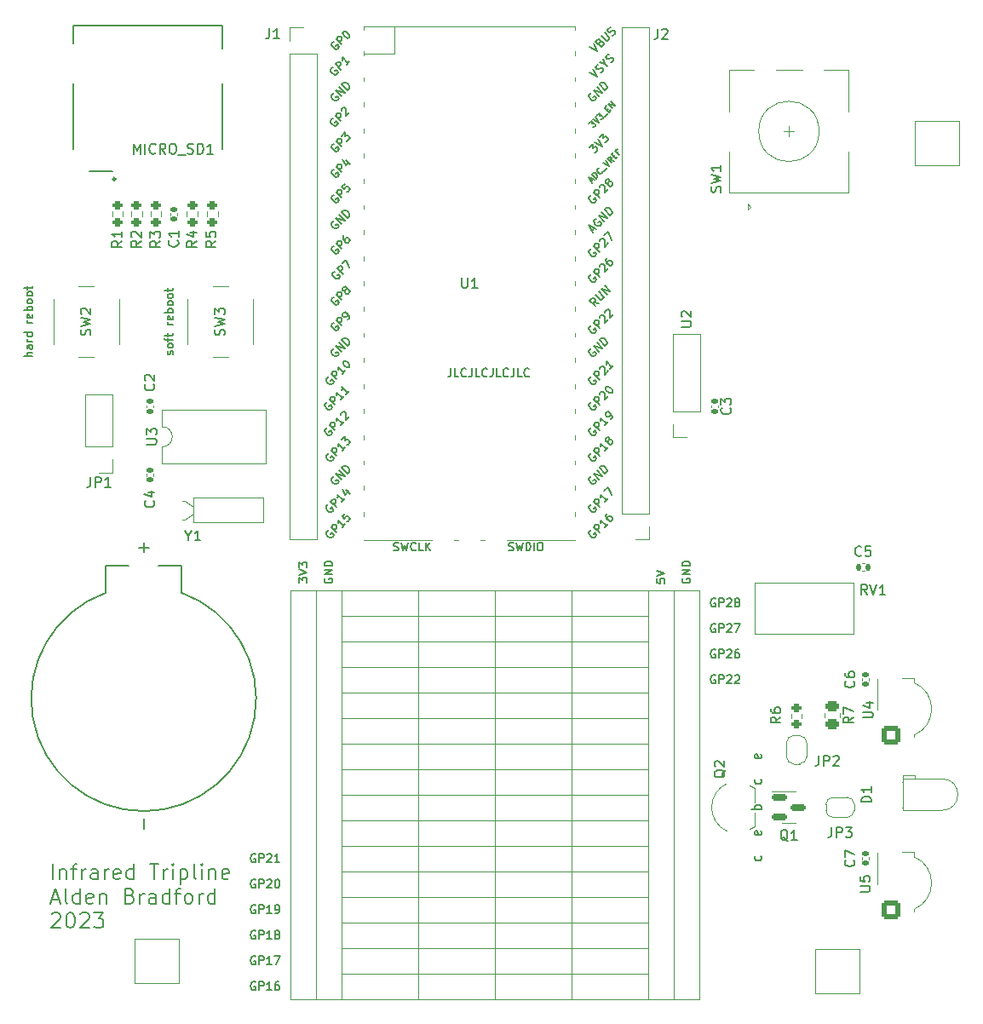
<source format=gto>
G04 #@! TF.GenerationSoftware,KiCad,Pcbnew,(6.0.10)*
G04 #@! TF.CreationDate,2023-01-30T13:48:55-05:00*
G04 #@! TF.ProjectId,door_counter_circuit,646f6f72-5f63-46f7-956e-7465725f6369,rev?*
G04 #@! TF.SameCoordinates,Original*
G04 #@! TF.FileFunction,Legend,Top*
G04 #@! TF.FilePolarity,Positive*
%FSLAX46Y46*%
G04 Gerber Fmt 4.6, Leading zero omitted, Abs format (unit mm)*
G04 Created by KiCad (PCBNEW (6.0.10)) date 2023-01-30 13:48:55*
%MOMM*%
%LPD*%
G01*
G04 APERTURE LIST*
G04 Aperture macros list*
%AMRoundRect*
0 Rectangle with rounded corners*
0 $1 Rounding radius*
0 $2 $3 $4 $5 $6 $7 $8 $9 X,Y pos of 4 corners*
0 Add a 4 corners polygon primitive as box body*
4,1,4,$2,$3,$4,$5,$6,$7,$8,$9,$2,$3,0*
0 Add four circle primitives for the rounded corners*
1,1,$1+$1,$2,$3*
1,1,$1+$1,$4,$5*
1,1,$1+$1,$6,$7*
1,1,$1+$1,$8,$9*
0 Add four rect primitives between the rounded corners*
20,1,$1+$1,$2,$3,$4,$5,0*
20,1,$1+$1,$4,$5,$6,$7,0*
20,1,$1+$1,$6,$7,$8,$9,0*
20,1,$1+$1,$8,$9,$2,$3,0*%
%AMFreePoly0*
4,1,22,0.500000,-0.750000,0.000000,-0.750000,0.000000,-0.745033,-0.079941,-0.743568,-0.215256,-0.701293,-0.333266,-0.622738,-0.424486,-0.514219,-0.481581,-0.384460,-0.499164,-0.250000,-0.500000,-0.250000,-0.500000,0.250000,-0.499164,0.250000,-0.499963,0.256109,-0.478152,0.396186,-0.417904,0.524511,-0.324060,0.630769,-0.204165,0.706417,-0.067858,0.745374,0.000000,0.744959,0.000000,0.750000,
0.500000,0.750000,0.500000,-0.750000,0.500000,-0.750000,$1*%
%AMFreePoly1*
4,1,20,0.000000,0.744959,0.073905,0.744508,0.209726,0.703889,0.328688,0.626782,0.421226,0.519385,0.479903,0.390333,0.500000,0.250000,0.500000,-0.250000,0.499851,-0.262216,0.476331,-0.402017,0.414519,-0.529596,0.319384,-0.634700,0.198574,-0.708877,0.061801,-0.746166,0.000000,-0.745033,0.000000,-0.750000,-0.500000,-0.750000,-0.500000,0.750000,0.000000,0.750000,0.000000,0.744959,
0.000000,0.744959,$1*%
G04 Aperture macros list end*
%ADD10C,0.152400*%
%ADD11C,0.150000*%
%ADD12C,0.120000*%
%ADD13C,0.203200*%
%ADD14C,0.254000*%
%ADD15C,0.127000*%
%ADD16R,4.000000X4.000000*%
%ADD17C,2.000000*%
%ADD18RoundRect,0.250000X-0.450000X0.262500X-0.450000X-0.262500X0.450000X-0.262500X0.450000X0.262500X0*%
%ADD19RoundRect,0.140000X-0.170000X0.140000X-0.170000X-0.140000X0.170000X-0.140000X0.170000X0.140000X0*%
%ADD20C,0.999997*%
%ADD21R,0.700000X1.300000*%
%ADD22R,1.447800X1.651000*%
%ADD23R,1.447800X2.438400*%
%ADD24R,1.854200X1.651000*%
%ADD25C,2.250000*%
%ADD26C,1.755000*%
%ADD27RoundRect,0.140000X-0.140000X-0.170000X0.140000X-0.170000X0.140000X0.170000X-0.140000X0.170000X0*%
%ADD28RoundRect,0.200000X0.275000X-0.200000X0.275000X0.200000X-0.275000X0.200000X-0.275000X-0.200000X0*%
%ADD29C,5.000000*%
%ADD30C,0.800000*%
%ADD31RoundRect,0.248400X0.651600X-0.651600X0.651600X0.651600X-0.651600X0.651600X-0.651600X-0.651600X0*%
%ADD32C,1.800000*%
%ADD33R,1.700000X1.700000*%
%ADD34O,1.700000X1.700000*%
%ADD35R,1.500000X1.500000*%
%ADD36C,1.500000*%
%ADD37C,1.524000*%
%ADD38RoundRect,0.200000X-0.275000X0.200000X-0.275000X-0.200000X0.275000X-0.200000X0.275000X0.200000X0*%
%ADD39C,1.000000*%
%ADD40RoundRect,0.150000X-0.587500X-0.150000X0.587500X-0.150000X0.587500X0.150000X-0.587500X0.150000X0*%
%ADD41FreePoly0,0.000000*%
%ADD42FreePoly1,0.000000*%
%ADD43R,1.600000X1.600000*%
%ADD44O,1.600000X1.600000*%
%ADD45R,1.800000X1.800000*%
%ADD46O,1.500000X1.500000*%
%ADD47O,1.800000X1.800000*%
%ADD48R,3.500000X1.700000*%
%ADD49R,1.700000X3.500000*%
%ADD50FreePoly0,270.000000*%
%ADD51FreePoly1,270.000000*%
%ADD52C,1.440000*%
%ADD53R,2.000000X2.000000*%
%ADD54R,2.000000X3.200000*%
G04 APERTURE END LIST*
D10*
X91133990Y-84531200D02*
X91172695Y-84453790D01*
X91172695Y-84298971D01*
X91133990Y-84221561D01*
X91056580Y-84182857D01*
X91017876Y-84182857D01*
X90940466Y-84221561D01*
X90901761Y-84298971D01*
X90901761Y-84415085D01*
X90863057Y-84492495D01*
X90785647Y-84531200D01*
X90746942Y-84531200D01*
X90669533Y-84492495D01*
X90630828Y-84415085D01*
X90630828Y-84298971D01*
X90669533Y-84221561D01*
X91172695Y-83718400D02*
X91133990Y-83795809D01*
X91095285Y-83834514D01*
X91017876Y-83873219D01*
X90785647Y-83873219D01*
X90708238Y-83834514D01*
X90669533Y-83795809D01*
X90630828Y-83718400D01*
X90630828Y-83602285D01*
X90669533Y-83524876D01*
X90708238Y-83486171D01*
X90785647Y-83447466D01*
X91017876Y-83447466D01*
X91095285Y-83486171D01*
X91133990Y-83524876D01*
X91172695Y-83602285D01*
X91172695Y-83718400D01*
X90630828Y-83215238D02*
X90630828Y-82905600D01*
X91172695Y-83099123D02*
X90476009Y-83099123D01*
X90398600Y-83060419D01*
X90359895Y-82983009D01*
X90359895Y-82905600D01*
X90630828Y-82750780D02*
X90630828Y-82441142D01*
X90359895Y-82634666D02*
X91056580Y-82634666D01*
X91133990Y-82595961D01*
X91172695Y-82518552D01*
X91172695Y-82441142D01*
X91172695Y-81550933D02*
X90630828Y-81550933D01*
X90785647Y-81550933D02*
X90708238Y-81512228D01*
X90669533Y-81473523D01*
X90630828Y-81396114D01*
X90630828Y-81318704D01*
X91133990Y-80738133D02*
X91172695Y-80815542D01*
X91172695Y-80970361D01*
X91133990Y-81047771D01*
X91056580Y-81086476D01*
X90746942Y-81086476D01*
X90669533Y-81047771D01*
X90630828Y-80970361D01*
X90630828Y-80815542D01*
X90669533Y-80738133D01*
X90746942Y-80699428D01*
X90824352Y-80699428D01*
X90901761Y-81086476D01*
X91172695Y-80351085D02*
X90359895Y-80351085D01*
X90669533Y-80351085D02*
X90630828Y-80273676D01*
X90630828Y-80118857D01*
X90669533Y-80041447D01*
X90708238Y-80002742D01*
X90785647Y-79964038D01*
X91017876Y-79964038D01*
X91095285Y-80002742D01*
X91133990Y-80041447D01*
X91172695Y-80118857D01*
X91172695Y-80273676D01*
X91133990Y-80351085D01*
X91172695Y-79499580D02*
X91133990Y-79576990D01*
X91095285Y-79615695D01*
X91017876Y-79654400D01*
X90785647Y-79654400D01*
X90708238Y-79615695D01*
X90669533Y-79576990D01*
X90630828Y-79499580D01*
X90630828Y-79383466D01*
X90669533Y-79306057D01*
X90708238Y-79267352D01*
X90785647Y-79228647D01*
X91017876Y-79228647D01*
X91095285Y-79267352D01*
X91133990Y-79306057D01*
X91172695Y-79383466D01*
X91172695Y-79499580D01*
X91172695Y-78764190D02*
X91133990Y-78841600D01*
X91095285Y-78880304D01*
X91017876Y-78919009D01*
X90785647Y-78919009D01*
X90708238Y-78880304D01*
X90669533Y-78841600D01*
X90630828Y-78764190D01*
X90630828Y-78648076D01*
X90669533Y-78570666D01*
X90708238Y-78531961D01*
X90785647Y-78493257D01*
X91017876Y-78493257D01*
X91095285Y-78531961D01*
X91133990Y-78570666D01*
X91172695Y-78648076D01*
X91172695Y-78764190D01*
X90630828Y-78261028D02*
X90630828Y-77951390D01*
X90359895Y-78144914D02*
X91056580Y-78144914D01*
X91133990Y-78106209D01*
X91172695Y-78028800D01*
X91172695Y-77951390D01*
X99362380Y-141833600D02*
X99284971Y-141794895D01*
X99168857Y-141794895D01*
X99052742Y-141833600D01*
X98975333Y-141911009D01*
X98936628Y-141988419D01*
X98897923Y-142143238D01*
X98897923Y-142259352D01*
X98936628Y-142414171D01*
X98975333Y-142491580D01*
X99052742Y-142568990D01*
X99168857Y-142607695D01*
X99246266Y-142607695D01*
X99362380Y-142568990D01*
X99401085Y-142530285D01*
X99401085Y-142259352D01*
X99246266Y-142259352D01*
X99749428Y-142607695D02*
X99749428Y-141794895D01*
X100059066Y-141794895D01*
X100136476Y-141833600D01*
X100175180Y-141872304D01*
X100213885Y-141949714D01*
X100213885Y-142065828D01*
X100175180Y-142143238D01*
X100136476Y-142181942D01*
X100059066Y-142220647D01*
X99749428Y-142220647D01*
X100987980Y-142607695D02*
X100523523Y-142607695D01*
X100755752Y-142607695D02*
X100755752Y-141794895D01*
X100678342Y-141911009D01*
X100600933Y-141988419D01*
X100523523Y-142027123D01*
X101452438Y-142143238D02*
X101375028Y-142104533D01*
X101336323Y-142065828D01*
X101297619Y-141988419D01*
X101297619Y-141949714D01*
X101336323Y-141872304D01*
X101375028Y-141833600D01*
X101452438Y-141794895D01*
X101607257Y-141794895D01*
X101684666Y-141833600D01*
X101723371Y-141872304D01*
X101762076Y-141949714D01*
X101762076Y-141988419D01*
X101723371Y-142065828D01*
X101684666Y-142104533D01*
X101607257Y-142143238D01*
X101452438Y-142143238D01*
X101375028Y-142181942D01*
X101336323Y-142220647D01*
X101297619Y-142298057D01*
X101297619Y-142452876D01*
X101336323Y-142530285D01*
X101375028Y-142568990D01*
X101452438Y-142607695D01*
X101607257Y-142607695D01*
X101684666Y-142568990D01*
X101723371Y-142530285D01*
X101762076Y-142452876D01*
X101762076Y-142298057D01*
X101723371Y-142220647D01*
X101684666Y-142181942D01*
X101607257Y-142143238D01*
X145082380Y-113893600D02*
X145004971Y-113854895D01*
X144888857Y-113854895D01*
X144772742Y-113893600D01*
X144695333Y-113971009D01*
X144656628Y-114048419D01*
X144617923Y-114203238D01*
X144617923Y-114319352D01*
X144656628Y-114474171D01*
X144695333Y-114551580D01*
X144772742Y-114628990D01*
X144888857Y-114667695D01*
X144966266Y-114667695D01*
X145082380Y-114628990D01*
X145121085Y-114590285D01*
X145121085Y-114319352D01*
X144966266Y-114319352D01*
X145469428Y-114667695D02*
X145469428Y-113854895D01*
X145779066Y-113854895D01*
X145856476Y-113893600D01*
X145895180Y-113932304D01*
X145933885Y-114009714D01*
X145933885Y-114125828D01*
X145895180Y-114203238D01*
X145856476Y-114241942D01*
X145779066Y-114280647D01*
X145469428Y-114280647D01*
X146243523Y-113932304D02*
X146282228Y-113893600D01*
X146359638Y-113854895D01*
X146553161Y-113854895D01*
X146630571Y-113893600D01*
X146669276Y-113932304D01*
X146707980Y-114009714D01*
X146707980Y-114087123D01*
X146669276Y-114203238D01*
X146204819Y-114667695D01*
X146707980Y-114667695D01*
X147404666Y-113854895D02*
X147249847Y-113854895D01*
X147172438Y-113893600D01*
X147133733Y-113932304D01*
X147056323Y-114048419D01*
X147017619Y-114203238D01*
X147017619Y-114512876D01*
X147056323Y-114590285D01*
X147095028Y-114628990D01*
X147172438Y-114667695D01*
X147327257Y-114667695D01*
X147404666Y-114628990D01*
X147443371Y-114590285D01*
X147482076Y-114512876D01*
X147482076Y-114319352D01*
X147443371Y-114241942D01*
X147404666Y-114203238D01*
X147327257Y-114164533D01*
X147172438Y-114164533D01*
X147095028Y-114203238D01*
X147056323Y-114241942D01*
X147017619Y-114319352D01*
X106273600Y-106791276D02*
X106234895Y-106868685D01*
X106234895Y-106984800D01*
X106273600Y-107100914D01*
X106351009Y-107178323D01*
X106428419Y-107217028D01*
X106583238Y-107255733D01*
X106699352Y-107255733D01*
X106854171Y-107217028D01*
X106931580Y-107178323D01*
X107008990Y-107100914D01*
X107047695Y-106984800D01*
X107047695Y-106907390D01*
X107008990Y-106791276D01*
X106970285Y-106752571D01*
X106699352Y-106752571D01*
X106699352Y-106907390D01*
X107047695Y-106404228D02*
X106234895Y-106404228D01*
X107047695Y-105939771D01*
X106234895Y-105939771D01*
X107047695Y-105552723D02*
X106234895Y-105552723D01*
X106234895Y-105359200D01*
X106273600Y-105243085D01*
X106351009Y-105165676D01*
X106428419Y-105126971D01*
X106583238Y-105088266D01*
X106699352Y-105088266D01*
X106854171Y-105126971D01*
X106931580Y-105165676D01*
X107008990Y-105243085D01*
X107047695Y-105359200D01*
X107047695Y-105552723D01*
X141833600Y-106791276D02*
X141794895Y-106868685D01*
X141794895Y-106984800D01*
X141833600Y-107100914D01*
X141911009Y-107178323D01*
X141988419Y-107217028D01*
X142143238Y-107255733D01*
X142259352Y-107255733D01*
X142414171Y-107217028D01*
X142491580Y-107178323D01*
X142568990Y-107100914D01*
X142607695Y-106984800D01*
X142607695Y-106907390D01*
X142568990Y-106791276D01*
X142530285Y-106752571D01*
X142259352Y-106752571D01*
X142259352Y-106907390D01*
X142607695Y-106404228D02*
X141794895Y-106404228D01*
X142607695Y-105939771D01*
X141794895Y-105939771D01*
X142607695Y-105552723D02*
X141794895Y-105552723D01*
X141794895Y-105359200D01*
X141833600Y-105243085D01*
X141911009Y-105165676D01*
X141988419Y-105126971D01*
X142143238Y-105088266D01*
X142259352Y-105088266D01*
X142414171Y-105126971D01*
X142491580Y-105165676D01*
X142568990Y-105243085D01*
X142607695Y-105359200D01*
X142607695Y-105552723D01*
X99362380Y-146913600D02*
X99284971Y-146874895D01*
X99168857Y-146874895D01*
X99052742Y-146913600D01*
X98975333Y-146991009D01*
X98936628Y-147068419D01*
X98897923Y-147223238D01*
X98897923Y-147339352D01*
X98936628Y-147494171D01*
X98975333Y-147571580D01*
X99052742Y-147648990D01*
X99168857Y-147687695D01*
X99246266Y-147687695D01*
X99362380Y-147648990D01*
X99401085Y-147610285D01*
X99401085Y-147339352D01*
X99246266Y-147339352D01*
X99749428Y-147687695D02*
X99749428Y-146874895D01*
X100059066Y-146874895D01*
X100136476Y-146913600D01*
X100175180Y-146952304D01*
X100213885Y-147029714D01*
X100213885Y-147145828D01*
X100175180Y-147223238D01*
X100136476Y-147261942D01*
X100059066Y-147300647D01*
X99749428Y-147300647D01*
X100987980Y-147687695D02*
X100523523Y-147687695D01*
X100755752Y-147687695D02*
X100755752Y-146874895D01*
X100678342Y-146991009D01*
X100600933Y-147068419D01*
X100523523Y-147107123D01*
X101684666Y-146874895D02*
X101529847Y-146874895D01*
X101452438Y-146913600D01*
X101413733Y-146952304D01*
X101336323Y-147068419D01*
X101297619Y-147223238D01*
X101297619Y-147532876D01*
X101336323Y-147610285D01*
X101375028Y-147648990D01*
X101452438Y-147687695D01*
X101607257Y-147687695D01*
X101684666Y-147648990D01*
X101723371Y-147610285D01*
X101762076Y-147532876D01*
X101762076Y-147339352D01*
X101723371Y-147261942D01*
X101684666Y-147223238D01*
X101607257Y-147184533D01*
X101452438Y-147184533D01*
X101375028Y-147223238D01*
X101336323Y-147261942D01*
X101297619Y-147339352D01*
X99362380Y-136753600D02*
X99284971Y-136714895D01*
X99168857Y-136714895D01*
X99052742Y-136753600D01*
X98975333Y-136831009D01*
X98936628Y-136908419D01*
X98897923Y-137063238D01*
X98897923Y-137179352D01*
X98936628Y-137334171D01*
X98975333Y-137411580D01*
X99052742Y-137488990D01*
X99168857Y-137527695D01*
X99246266Y-137527695D01*
X99362380Y-137488990D01*
X99401085Y-137450285D01*
X99401085Y-137179352D01*
X99246266Y-137179352D01*
X99749428Y-137527695D02*
X99749428Y-136714895D01*
X100059066Y-136714895D01*
X100136476Y-136753600D01*
X100175180Y-136792304D01*
X100213885Y-136869714D01*
X100213885Y-136985828D01*
X100175180Y-137063238D01*
X100136476Y-137101942D01*
X100059066Y-137140647D01*
X99749428Y-137140647D01*
X100523523Y-136792304D02*
X100562228Y-136753600D01*
X100639638Y-136714895D01*
X100833161Y-136714895D01*
X100910571Y-136753600D01*
X100949276Y-136792304D01*
X100987980Y-136869714D01*
X100987980Y-136947123D01*
X100949276Y-137063238D01*
X100484819Y-137527695D01*
X100987980Y-137527695D01*
X101491142Y-136714895D02*
X101568552Y-136714895D01*
X101645961Y-136753600D01*
X101684666Y-136792304D01*
X101723371Y-136869714D01*
X101762076Y-137024533D01*
X101762076Y-137218057D01*
X101723371Y-137372876D01*
X101684666Y-137450285D01*
X101645961Y-137488990D01*
X101568552Y-137527695D01*
X101491142Y-137527695D01*
X101413733Y-137488990D01*
X101375028Y-137450285D01*
X101336323Y-137372876D01*
X101297619Y-137218057D01*
X101297619Y-137024533D01*
X101336323Y-136869714D01*
X101375028Y-136792304D01*
X101413733Y-136753600D01*
X101491142Y-136714895D01*
X79196202Y-136693571D02*
X79196202Y-135193571D01*
X79910488Y-135693571D02*
X79910488Y-136693571D01*
X79910488Y-135836428D02*
X79981917Y-135765000D01*
X80124774Y-135693571D01*
X80339060Y-135693571D01*
X80481917Y-135765000D01*
X80553345Y-135907857D01*
X80553345Y-136693571D01*
X81053345Y-135693571D02*
X81624774Y-135693571D01*
X81267631Y-136693571D02*
X81267631Y-135407857D01*
X81339060Y-135265000D01*
X81481917Y-135193571D01*
X81624774Y-135193571D01*
X82124774Y-136693571D02*
X82124774Y-135693571D01*
X82124774Y-135979285D02*
X82196202Y-135836428D01*
X82267631Y-135765000D01*
X82410488Y-135693571D01*
X82553345Y-135693571D01*
X83696202Y-136693571D02*
X83696202Y-135907857D01*
X83624774Y-135765000D01*
X83481917Y-135693571D01*
X83196202Y-135693571D01*
X83053345Y-135765000D01*
X83696202Y-136622142D02*
X83553345Y-136693571D01*
X83196202Y-136693571D01*
X83053345Y-136622142D01*
X82981917Y-136479285D01*
X82981917Y-136336428D01*
X83053345Y-136193571D01*
X83196202Y-136122142D01*
X83553345Y-136122142D01*
X83696202Y-136050714D01*
X84410488Y-136693571D02*
X84410488Y-135693571D01*
X84410488Y-135979285D02*
X84481917Y-135836428D01*
X84553345Y-135765000D01*
X84696202Y-135693571D01*
X84839060Y-135693571D01*
X85910488Y-136622142D02*
X85767631Y-136693571D01*
X85481917Y-136693571D01*
X85339060Y-136622142D01*
X85267631Y-136479285D01*
X85267631Y-135907857D01*
X85339060Y-135765000D01*
X85481917Y-135693571D01*
X85767631Y-135693571D01*
X85910488Y-135765000D01*
X85981917Y-135907857D01*
X85981917Y-136050714D01*
X85267631Y-136193571D01*
X87267631Y-136693571D02*
X87267631Y-135193571D01*
X87267631Y-136622142D02*
X87124774Y-136693571D01*
X86839060Y-136693571D01*
X86696202Y-136622142D01*
X86624774Y-136550714D01*
X86553345Y-136407857D01*
X86553345Y-135979285D01*
X86624774Y-135836428D01*
X86696202Y-135765000D01*
X86839060Y-135693571D01*
X87124774Y-135693571D01*
X87267631Y-135765000D01*
X88910488Y-135193571D02*
X89767631Y-135193571D01*
X89339060Y-136693571D02*
X89339060Y-135193571D01*
X90267631Y-136693571D02*
X90267631Y-135693571D01*
X90267631Y-135979285D02*
X90339060Y-135836428D01*
X90410488Y-135765000D01*
X90553345Y-135693571D01*
X90696202Y-135693571D01*
X91196202Y-136693571D02*
X91196202Y-135693571D01*
X91196202Y-135193571D02*
X91124774Y-135265000D01*
X91196202Y-135336428D01*
X91267631Y-135265000D01*
X91196202Y-135193571D01*
X91196202Y-135336428D01*
X91910488Y-135693571D02*
X91910488Y-137193571D01*
X91910488Y-135765000D02*
X92053345Y-135693571D01*
X92339060Y-135693571D01*
X92481917Y-135765000D01*
X92553345Y-135836428D01*
X92624774Y-135979285D01*
X92624774Y-136407857D01*
X92553345Y-136550714D01*
X92481917Y-136622142D01*
X92339060Y-136693571D01*
X92053345Y-136693571D01*
X91910488Y-136622142D01*
X93481917Y-136693571D02*
X93339060Y-136622142D01*
X93267631Y-136479285D01*
X93267631Y-135193571D01*
X94053345Y-136693571D02*
X94053345Y-135693571D01*
X94053345Y-135193571D02*
X93981917Y-135265000D01*
X94053345Y-135336428D01*
X94124774Y-135265000D01*
X94053345Y-135193571D01*
X94053345Y-135336428D01*
X94767631Y-135693571D02*
X94767631Y-136693571D01*
X94767631Y-135836428D02*
X94839060Y-135765000D01*
X94981917Y-135693571D01*
X95196202Y-135693571D01*
X95339060Y-135765000D01*
X95410488Y-135907857D01*
X95410488Y-136693571D01*
X96696202Y-136622142D02*
X96553345Y-136693571D01*
X96267631Y-136693571D01*
X96124774Y-136622142D01*
X96053345Y-136479285D01*
X96053345Y-135907857D01*
X96124774Y-135765000D01*
X96267631Y-135693571D01*
X96553345Y-135693571D01*
X96696202Y-135765000D01*
X96767631Y-135907857D01*
X96767631Y-136050714D01*
X96053345Y-136193571D01*
X79124774Y-138680000D02*
X79839060Y-138680000D01*
X78981917Y-139108571D02*
X79481917Y-137608571D01*
X79981917Y-139108571D01*
X80696202Y-139108571D02*
X80553345Y-139037142D01*
X80481917Y-138894285D01*
X80481917Y-137608571D01*
X81910488Y-139108571D02*
X81910488Y-137608571D01*
X81910488Y-139037142D02*
X81767631Y-139108571D01*
X81481917Y-139108571D01*
X81339060Y-139037142D01*
X81267631Y-138965714D01*
X81196202Y-138822857D01*
X81196202Y-138394285D01*
X81267631Y-138251428D01*
X81339060Y-138180000D01*
X81481917Y-138108571D01*
X81767631Y-138108571D01*
X81910488Y-138180000D01*
X83196202Y-139037142D02*
X83053345Y-139108571D01*
X82767631Y-139108571D01*
X82624774Y-139037142D01*
X82553345Y-138894285D01*
X82553345Y-138322857D01*
X82624774Y-138180000D01*
X82767631Y-138108571D01*
X83053345Y-138108571D01*
X83196202Y-138180000D01*
X83267631Y-138322857D01*
X83267631Y-138465714D01*
X82553345Y-138608571D01*
X83910488Y-138108571D02*
X83910488Y-139108571D01*
X83910488Y-138251428D02*
X83981917Y-138180000D01*
X84124774Y-138108571D01*
X84339060Y-138108571D01*
X84481917Y-138180000D01*
X84553345Y-138322857D01*
X84553345Y-139108571D01*
X86910488Y-138322857D02*
X87124774Y-138394285D01*
X87196202Y-138465714D01*
X87267631Y-138608571D01*
X87267631Y-138822857D01*
X87196202Y-138965714D01*
X87124774Y-139037142D01*
X86981917Y-139108571D01*
X86410488Y-139108571D01*
X86410488Y-137608571D01*
X86910488Y-137608571D01*
X87053345Y-137680000D01*
X87124774Y-137751428D01*
X87196202Y-137894285D01*
X87196202Y-138037142D01*
X87124774Y-138180000D01*
X87053345Y-138251428D01*
X86910488Y-138322857D01*
X86410488Y-138322857D01*
X87910488Y-139108571D02*
X87910488Y-138108571D01*
X87910488Y-138394285D02*
X87981917Y-138251428D01*
X88053345Y-138180000D01*
X88196202Y-138108571D01*
X88339060Y-138108571D01*
X89481917Y-139108571D02*
X89481917Y-138322857D01*
X89410488Y-138180000D01*
X89267631Y-138108571D01*
X88981917Y-138108571D01*
X88839060Y-138180000D01*
X89481917Y-139037142D02*
X89339060Y-139108571D01*
X88981917Y-139108571D01*
X88839060Y-139037142D01*
X88767631Y-138894285D01*
X88767631Y-138751428D01*
X88839060Y-138608571D01*
X88981917Y-138537142D01*
X89339060Y-138537142D01*
X89481917Y-138465714D01*
X90839060Y-139108571D02*
X90839060Y-137608571D01*
X90839060Y-139037142D02*
X90696202Y-139108571D01*
X90410488Y-139108571D01*
X90267631Y-139037142D01*
X90196202Y-138965714D01*
X90124774Y-138822857D01*
X90124774Y-138394285D01*
X90196202Y-138251428D01*
X90267631Y-138180000D01*
X90410488Y-138108571D01*
X90696202Y-138108571D01*
X90839060Y-138180000D01*
X91339060Y-138108571D02*
X91910488Y-138108571D01*
X91553345Y-139108571D02*
X91553345Y-137822857D01*
X91624774Y-137680000D01*
X91767631Y-137608571D01*
X91910488Y-137608571D01*
X92624774Y-139108571D02*
X92481917Y-139037142D01*
X92410488Y-138965714D01*
X92339060Y-138822857D01*
X92339060Y-138394285D01*
X92410488Y-138251428D01*
X92481917Y-138180000D01*
X92624774Y-138108571D01*
X92839060Y-138108571D01*
X92981917Y-138180000D01*
X93053345Y-138251428D01*
X93124774Y-138394285D01*
X93124774Y-138822857D01*
X93053345Y-138965714D01*
X92981917Y-139037142D01*
X92839060Y-139108571D01*
X92624774Y-139108571D01*
X93767631Y-139108571D02*
X93767631Y-138108571D01*
X93767631Y-138394285D02*
X93839060Y-138251428D01*
X93910488Y-138180000D01*
X94053345Y-138108571D01*
X94196202Y-138108571D01*
X95339060Y-139108571D02*
X95339060Y-137608571D01*
X95339060Y-139037142D02*
X95196202Y-139108571D01*
X94910488Y-139108571D01*
X94767631Y-139037142D01*
X94696202Y-138965714D01*
X94624774Y-138822857D01*
X94624774Y-138394285D01*
X94696202Y-138251428D01*
X94767631Y-138180000D01*
X94910488Y-138108571D01*
X95196202Y-138108571D01*
X95339060Y-138180000D01*
X79124774Y-140166428D02*
X79196202Y-140095000D01*
X79339060Y-140023571D01*
X79696202Y-140023571D01*
X79839060Y-140095000D01*
X79910488Y-140166428D01*
X79981917Y-140309285D01*
X79981917Y-140452142D01*
X79910488Y-140666428D01*
X79053345Y-141523571D01*
X79981917Y-141523571D01*
X80910488Y-140023571D02*
X81053345Y-140023571D01*
X81196202Y-140095000D01*
X81267631Y-140166428D01*
X81339060Y-140309285D01*
X81410488Y-140595000D01*
X81410488Y-140952142D01*
X81339060Y-141237857D01*
X81267631Y-141380714D01*
X81196202Y-141452142D01*
X81053345Y-141523571D01*
X80910488Y-141523571D01*
X80767631Y-141452142D01*
X80696202Y-141380714D01*
X80624774Y-141237857D01*
X80553345Y-140952142D01*
X80553345Y-140595000D01*
X80624774Y-140309285D01*
X80696202Y-140166428D01*
X80767631Y-140095000D01*
X80910488Y-140023571D01*
X81981917Y-140166428D02*
X82053345Y-140095000D01*
X82196202Y-140023571D01*
X82553345Y-140023571D01*
X82696202Y-140095000D01*
X82767631Y-140166428D01*
X82839060Y-140309285D01*
X82839060Y-140452142D01*
X82767631Y-140666428D01*
X81910488Y-141523571D01*
X82839060Y-141523571D01*
X83339060Y-140023571D02*
X84267631Y-140023571D01*
X83767631Y-140595000D01*
X83981917Y-140595000D01*
X84124774Y-140666428D01*
X84196202Y-140737857D01*
X84267631Y-140880714D01*
X84267631Y-141237857D01*
X84196202Y-141380714D01*
X84124774Y-141452142D01*
X83981917Y-141523571D01*
X83553345Y-141523571D01*
X83410488Y-141452142D01*
X83339060Y-141380714D01*
X145082380Y-108813600D02*
X145004971Y-108774895D01*
X144888857Y-108774895D01*
X144772742Y-108813600D01*
X144695333Y-108891009D01*
X144656628Y-108968419D01*
X144617923Y-109123238D01*
X144617923Y-109239352D01*
X144656628Y-109394171D01*
X144695333Y-109471580D01*
X144772742Y-109548990D01*
X144888857Y-109587695D01*
X144966266Y-109587695D01*
X145082380Y-109548990D01*
X145121085Y-109510285D01*
X145121085Y-109239352D01*
X144966266Y-109239352D01*
X145469428Y-109587695D02*
X145469428Y-108774895D01*
X145779066Y-108774895D01*
X145856476Y-108813600D01*
X145895180Y-108852304D01*
X145933885Y-108929714D01*
X145933885Y-109045828D01*
X145895180Y-109123238D01*
X145856476Y-109161942D01*
X145779066Y-109200647D01*
X145469428Y-109200647D01*
X146243523Y-108852304D02*
X146282228Y-108813600D01*
X146359638Y-108774895D01*
X146553161Y-108774895D01*
X146630571Y-108813600D01*
X146669276Y-108852304D01*
X146707980Y-108929714D01*
X146707980Y-109007123D01*
X146669276Y-109123238D01*
X146204819Y-109587695D01*
X146707980Y-109587695D01*
X147172438Y-109123238D02*
X147095028Y-109084533D01*
X147056323Y-109045828D01*
X147017619Y-108968419D01*
X147017619Y-108929714D01*
X147056323Y-108852304D01*
X147095028Y-108813600D01*
X147172438Y-108774895D01*
X147327257Y-108774895D01*
X147404666Y-108813600D01*
X147443371Y-108852304D01*
X147482076Y-108929714D01*
X147482076Y-108968419D01*
X147443371Y-109045828D01*
X147404666Y-109084533D01*
X147327257Y-109123238D01*
X147172438Y-109123238D01*
X147095028Y-109161942D01*
X147056323Y-109200647D01*
X147017619Y-109278057D01*
X147017619Y-109432876D01*
X147056323Y-109510285D01*
X147095028Y-109548990D01*
X147172438Y-109587695D01*
X147327257Y-109587695D01*
X147404666Y-109548990D01*
X147443371Y-109510285D01*
X147482076Y-109432876D01*
X147482076Y-109278057D01*
X147443371Y-109200647D01*
X147404666Y-109161942D01*
X147327257Y-109123238D01*
X77202695Y-84686019D02*
X76389895Y-84686019D01*
X77202695Y-84337676D02*
X76776942Y-84337676D01*
X76699533Y-84376380D01*
X76660828Y-84453790D01*
X76660828Y-84569904D01*
X76699533Y-84647314D01*
X76738238Y-84686019D01*
X77202695Y-83602285D02*
X76776942Y-83602285D01*
X76699533Y-83640990D01*
X76660828Y-83718400D01*
X76660828Y-83873219D01*
X76699533Y-83950628D01*
X77163990Y-83602285D02*
X77202695Y-83679695D01*
X77202695Y-83873219D01*
X77163990Y-83950628D01*
X77086580Y-83989333D01*
X77009171Y-83989333D01*
X76931761Y-83950628D01*
X76893057Y-83873219D01*
X76893057Y-83679695D01*
X76854352Y-83602285D01*
X77202695Y-83215238D02*
X76660828Y-83215238D01*
X76815647Y-83215238D02*
X76738238Y-83176533D01*
X76699533Y-83137828D01*
X76660828Y-83060419D01*
X76660828Y-82983009D01*
X77202695Y-82363733D02*
X76389895Y-82363733D01*
X77163990Y-82363733D02*
X77202695Y-82441142D01*
X77202695Y-82595961D01*
X77163990Y-82673371D01*
X77125285Y-82712076D01*
X77047876Y-82750780D01*
X76815647Y-82750780D01*
X76738238Y-82712076D01*
X76699533Y-82673371D01*
X76660828Y-82595961D01*
X76660828Y-82441142D01*
X76699533Y-82363733D01*
X77202695Y-81357409D02*
X76660828Y-81357409D01*
X76815647Y-81357409D02*
X76738238Y-81318704D01*
X76699533Y-81280000D01*
X76660828Y-81202590D01*
X76660828Y-81125180D01*
X77163990Y-80544609D02*
X77202695Y-80622019D01*
X77202695Y-80776838D01*
X77163990Y-80854247D01*
X77086580Y-80892952D01*
X76776942Y-80892952D01*
X76699533Y-80854247D01*
X76660828Y-80776838D01*
X76660828Y-80622019D01*
X76699533Y-80544609D01*
X76776942Y-80505904D01*
X76854352Y-80505904D01*
X76931761Y-80892952D01*
X77202695Y-80157561D02*
X76389895Y-80157561D01*
X76699533Y-80157561D02*
X76660828Y-80080152D01*
X76660828Y-79925333D01*
X76699533Y-79847923D01*
X76738238Y-79809219D01*
X76815647Y-79770514D01*
X77047876Y-79770514D01*
X77125285Y-79809219D01*
X77163990Y-79847923D01*
X77202695Y-79925333D01*
X77202695Y-80080152D01*
X77163990Y-80157561D01*
X77202695Y-79306057D02*
X77163990Y-79383466D01*
X77125285Y-79422171D01*
X77047876Y-79460876D01*
X76815647Y-79460876D01*
X76738238Y-79422171D01*
X76699533Y-79383466D01*
X76660828Y-79306057D01*
X76660828Y-79189942D01*
X76699533Y-79112533D01*
X76738238Y-79073828D01*
X76815647Y-79035123D01*
X77047876Y-79035123D01*
X77125285Y-79073828D01*
X77163990Y-79112533D01*
X77202695Y-79189942D01*
X77202695Y-79306057D01*
X77202695Y-78570666D02*
X77163990Y-78648076D01*
X77125285Y-78686780D01*
X77047876Y-78725485D01*
X76815647Y-78725485D01*
X76738238Y-78686780D01*
X76699533Y-78648076D01*
X76660828Y-78570666D01*
X76660828Y-78454552D01*
X76699533Y-78377142D01*
X76738238Y-78338438D01*
X76815647Y-78299733D01*
X77047876Y-78299733D01*
X77125285Y-78338438D01*
X77163990Y-78377142D01*
X77202695Y-78454552D01*
X77202695Y-78570666D01*
X76660828Y-78067504D02*
X76660828Y-77757866D01*
X76389895Y-77951390D02*
X77086580Y-77951390D01*
X77163990Y-77912685D01*
X77202695Y-77835276D01*
X77202695Y-77757866D01*
X145082380Y-111353600D02*
X145004971Y-111314895D01*
X144888857Y-111314895D01*
X144772742Y-111353600D01*
X144695333Y-111431009D01*
X144656628Y-111508419D01*
X144617923Y-111663238D01*
X144617923Y-111779352D01*
X144656628Y-111934171D01*
X144695333Y-112011580D01*
X144772742Y-112088990D01*
X144888857Y-112127695D01*
X144966266Y-112127695D01*
X145082380Y-112088990D01*
X145121085Y-112050285D01*
X145121085Y-111779352D01*
X144966266Y-111779352D01*
X145469428Y-112127695D02*
X145469428Y-111314895D01*
X145779066Y-111314895D01*
X145856476Y-111353600D01*
X145895180Y-111392304D01*
X145933885Y-111469714D01*
X145933885Y-111585828D01*
X145895180Y-111663238D01*
X145856476Y-111701942D01*
X145779066Y-111740647D01*
X145469428Y-111740647D01*
X146243523Y-111392304D02*
X146282228Y-111353600D01*
X146359638Y-111314895D01*
X146553161Y-111314895D01*
X146630571Y-111353600D01*
X146669276Y-111392304D01*
X146707980Y-111469714D01*
X146707980Y-111547123D01*
X146669276Y-111663238D01*
X146204819Y-112127695D01*
X146707980Y-112127695D01*
X146978914Y-111314895D02*
X147520780Y-111314895D01*
X147172438Y-112127695D01*
X103694895Y-107178323D02*
X103694895Y-106675161D01*
X104004533Y-106946095D01*
X104004533Y-106829980D01*
X104043238Y-106752571D01*
X104081942Y-106713866D01*
X104159352Y-106675161D01*
X104352876Y-106675161D01*
X104430285Y-106713866D01*
X104468990Y-106752571D01*
X104507695Y-106829980D01*
X104507695Y-107062209D01*
X104468990Y-107139619D01*
X104430285Y-107178323D01*
X103694895Y-106442933D02*
X104507695Y-106172000D01*
X103694895Y-105901066D01*
X103694895Y-105707542D02*
X103694895Y-105204380D01*
X104004533Y-105475314D01*
X104004533Y-105359200D01*
X104043238Y-105281790D01*
X104081942Y-105243085D01*
X104159352Y-105204380D01*
X104352876Y-105204380D01*
X104430285Y-105243085D01*
X104468990Y-105281790D01*
X104507695Y-105359200D01*
X104507695Y-105591428D01*
X104468990Y-105668838D01*
X104430285Y-105707542D01*
X139254895Y-106834819D02*
X139254895Y-107221866D01*
X139641942Y-107260571D01*
X139603238Y-107221866D01*
X139564533Y-107144457D01*
X139564533Y-106950933D01*
X139603238Y-106873523D01*
X139641942Y-106834819D01*
X139719352Y-106796114D01*
X139912876Y-106796114D01*
X139990285Y-106834819D01*
X140028990Y-106873523D01*
X140067695Y-106950933D01*
X140067695Y-107144457D01*
X140028990Y-107221866D01*
X139990285Y-107260571D01*
X139254895Y-106563885D02*
X140067695Y-106292952D01*
X139254895Y-106022019D01*
X99362380Y-144373600D02*
X99284971Y-144334895D01*
X99168857Y-144334895D01*
X99052742Y-144373600D01*
X98975333Y-144451009D01*
X98936628Y-144528419D01*
X98897923Y-144683238D01*
X98897923Y-144799352D01*
X98936628Y-144954171D01*
X98975333Y-145031580D01*
X99052742Y-145108990D01*
X99168857Y-145147695D01*
X99246266Y-145147695D01*
X99362380Y-145108990D01*
X99401085Y-145070285D01*
X99401085Y-144799352D01*
X99246266Y-144799352D01*
X99749428Y-145147695D02*
X99749428Y-144334895D01*
X100059066Y-144334895D01*
X100136476Y-144373600D01*
X100175180Y-144412304D01*
X100213885Y-144489714D01*
X100213885Y-144605828D01*
X100175180Y-144683238D01*
X100136476Y-144721942D01*
X100059066Y-144760647D01*
X99749428Y-144760647D01*
X100987980Y-145147695D02*
X100523523Y-145147695D01*
X100755752Y-145147695D02*
X100755752Y-144334895D01*
X100678342Y-144451009D01*
X100600933Y-144528419D01*
X100523523Y-144567123D01*
X101258914Y-144334895D02*
X101800780Y-144334895D01*
X101452438Y-145147695D01*
X145082380Y-116433600D02*
X145004971Y-116394895D01*
X144888857Y-116394895D01*
X144772742Y-116433600D01*
X144695333Y-116511009D01*
X144656628Y-116588419D01*
X144617923Y-116743238D01*
X144617923Y-116859352D01*
X144656628Y-117014171D01*
X144695333Y-117091580D01*
X144772742Y-117168990D01*
X144888857Y-117207695D01*
X144966266Y-117207695D01*
X145082380Y-117168990D01*
X145121085Y-117130285D01*
X145121085Y-116859352D01*
X144966266Y-116859352D01*
X145469428Y-117207695D02*
X145469428Y-116394895D01*
X145779066Y-116394895D01*
X145856476Y-116433600D01*
X145895180Y-116472304D01*
X145933885Y-116549714D01*
X145933885Y-116665828D01*
X145895180Y-116743238D01*
X145856476Y-116781942D01*
X145779066Y-116820647D01*
X145469428Y-116820647D01*
X146243523Y-116472304D02*
X146282228Y-116433600D01*
X146359638Y-116394895D01*
X146553161Y-116394895D01*
X146630571Y-116433600D01*
X146669276Y-116472304D01*
X146707980Y-116549714D01*
X146707980Y-116627123D01*
X146669276Y-116743238D01*
X146204819Y-117207695D01*
X146707980Y-117207695D01*
X147017619Y-116472304D02*
X147056323Y-116433600D01*
X147133733Y-116394895D01*
X147327257Y-116394895D01*
X147404666Y-116433600D01*
X147443371Y-116472304D01*
X147482076Y-116549714D01*
X147482076Y-116627123D01*
X147443371Y-116743238D01*
X146978914Y-117207695D01*
X147482076Y-117207695D01*
X118800638Y-85914895D02*
X118800638Y-86495466D01*
X118761933Y-86611580D01*
X118684523Y-86688990D01*
X118568409Y-86727695D01*
X118491000Y-86727695D01*
X119574733Y-86727695D02*
X119187685Y-86727695D01*
X119187685Y-85914895D01*
X120310123Y-86650285D02*
X120271419Y-86688990D01*
X120155304Y-86727695D01*
X120077895Y-86727695D01*
X119961780Y-86688990D01*
X119884371Y-86611580D01*
X119845666Y-86534171D01*
X119806961Y-86379352D01*
X119806961Y-86263238D01*
X119845666Y-86108419D01*
X119884371Y-86031009D01*
X119961780Y-85953600D01*
X120077895Y-85914895D01*
X120155304Y-85914895D01*
X120271419Y-85953600D01*
X120310123Y-85992304D01*
X120890695Y-85914895D02*
X120890695Y-86495466D01*
X120851990Y-86611580D01*
X120774580Y-86688990D01*
X120658466Y-86727695D01*
X120581057Y-86727695D01*
X121664790Y-86727695D02*
X121277742Y-86727695D01*
X121277742Y-85914895D01*
X122400180Y-86650285D02*
X122361476Y-86688990D01*
X122245361Y-86727695D01*
X122167952Y-86727695D01*
X122051838Y-86688990D01*
X121974428Y-86611580D01*
X121935723Y-86534171D01*
X121897019Y-86379352D01*
X121897019Y-86263238D01*
X121935723Y-86108419D01*
X121974428Y-86031009D01*
X122051838Y-85953600D01*
X122167952Y-85914895D01*
X122245361Y-85914895D01*
X122361476Y-85953600D01*
X122400180Y-85992304D01*
X122980752Y-85914895D02*
X122980752Y-86495466D01*
X122942047Y-86611580D01*
X122864638Y-86688990D01*
X122748523Y-86727695D01*
X122671114Y-86727695D01*
X123754847Y-86727695D02*
X123367800Y-86727695D01*
X123367800Y-85914895D01*
X124490238Y-86650285D02*
X124451533Y-86688990D01*
X124335419Y-86727695D01*
X124258009Y-86727695D01*
X124141895Y-86688990D01*
X124064485Y-86611580D01*
X124025780Y-86534171D01*
X123987076Y-86379352D01*
X123987076Y-86263238D01*
X124025780Y-86108419D01*
X124064485Y-86031009D01*
X124141895Y-85953600D01*
X124258009Y-85914895D01*
X124335419Y-85914895D01*
X124451533Y-85953600D01*
X124490238Y-85992304D01*
X125070809Y-85914895D02*
X125070809Y-86495466D01*
X125032104Y-86611580D01*
X124954695Y-86688990D01*
X124838580Y-86727695D01*
X124761171Y-86727695D01*
X125844904Y-86727695D02*
X125457857Y-86727695D01*
X125457857Y-85914895D01*
X126580295Y-86650285D02*
X126541590Y-86688990D01*
X126425476Y-86727695D01*
X126348066Y-86727695D01*
X126231952Y-86688990D01*
X126154542Y-86611580D01*
X126115838Y-86534171D01*
X126077133Y-86379352D01*
X126077133Y-86263238D01*
X126115838Y-86108419D01*
X126154542Y-86031009D01*
X126231952Y-85953600D01*
X126348066Y-85914895D01*
X126425476Y-85914895D01*
X126541590Y-85953600D01*
X126580295Y-85992304D01*
X99362380Y-139293600D02*
X99284971Y-139254895D01*
X99168857Y-139254895D01*
X99052742Y-139293600D01*
X98975333Y-139371009D01*
X98936628Y-139448419D01*
X98897923Y-139603238D01*
X98897923Y-139719352D01*
X98936628Y-139874171D01*
X98975333Y-139951580D01*
X99052742Y-140028990D01*
X99168857Y-140067695D01*
X99246266Y-140067695D01*
X99362380Y-140028990D01*
X99401085Y-139990285D01*
X99401085Y-139719352D01*
X99246266Y-139719352D01*
X99749428Y-140067695D02*
X99749428Y-139254895D01*
X100059066Y-139254895D01*
X100136476Y-139293600D01*
X100175180Y-139332304D01*
X100213885Y-139409714D01*
X100213885Y-139525828D01*
X100175180Y-139603238D01*
X100136476Y-139641942D01*
X100059066Y-139680647D01*
X99749428Y-139680647D01*
X100987980Y-140067695D02*
X100523523Y-140067695D01*
X100755752Y-140067695D02*
X100755752Y-139254895D01*
X100678342Y-139371009D01*
X100600933Y-139448419D01*
X100523523Y-139487123D01*
X101375028Y-140067695D02*
X101529847Y-140067695D01*
X101607257Y-140028990D01*
X101645961Y-139990285D01*
X101723371Y-139874171D01*
X101762076Y-139719352D01*
X101762076Y-139409714D01*
X101723371Y-139332304D01*
X101684666Y-139293600D01*
X101607257Y-139254895D01*
X101452438Y-139254895D01*
X101375028Y-139293600D01*
X101336323Y-139332304D01*
X101297619Y-139409714D01*
X101297619Y-139603238D01*
X101336323Y-139680647D01*
X101375028Y-139719352D01*
X101452438Y-139758057D01*
X101607257Y-139758057D01*
X101684666Y-139719352D01*
X101723371Y-139680647D01*
X101762076Y-139603238D01*
X99362380Y-134213600D02*
X99284971Y-134174895D01*
X99168857Y-134174895D01*
X99052742Y-134213600D01*
X98975333Y-134291009D01*
X98936628Y-134368419D01*
X98897923Y-134523238D01*
X98897923Y-134639352D01*
X98936628Y-134794171D01*
X98975333Y-134871580D01*
X99052742Y-134948990D01*
X99168857Y-134987695D01*
X99246266Y-134987695D01*
X99362380Y-134948990D01*
X99401085Y-134910285D01*
X99401085Y-134639352D01*
X99246266Y-134639352D01*
X99749428Y-134987695D02*
X99749428Y-134174895D01*
X100059066Y-134174895D01*
X100136476Y-134213600D01*
X100175180Y-134252304D01*
X100213885Y-134329714D01*
X100213885Y-134445828D01*
X100175180Y-134523238D01*
X100136476Y-134561942D01*
X100059066Y-134600647D01*
X99749428Y-134600647D01*
X100523523Y-134252304D02*
X100562228Y-134213600D01*
X100639638Y-134174895D01*
X100833161Y-134174895D01*
X100910571Y-134213600D01*
X100949276Y-134252304D01*
X100987980Y-134329714D01*
X100987980Y-134407123D01*
X100949276Y-134523238D01*
X100484819Y-134987695D01*
X100987980Y-134987695D01*
X101762076Y-134987695D02*
X101297619Y-134987695D01*
X101529847Y-134987695D02*
X101529847Y-134174895D01*
X101452438Y-134291009D01*
X101375028Y-134368419D01*
X101297619Y-134407123D01*
D11*
X158820380Y-120562666D02*
X158344190Y-120896000D01*
X158820380Y-121134095D02*
X157820380Y-121134095D01*
X157820380Y-120753142D01*
X157868000Y-120657904D01*
X157915619Y-120610285D01*
X158010857Y-120562666D01*
X158153714Y-120562666D01*
X158248952Y-120610285D01*
X158296571Y-120657904D01*
X158344190Y-120753142D01*
X158344190Y-121134095D01*
X157820380Y-120229333D02*
X157820380Y-119562666D01*
X158820380Y-119991238D01*
X91633142Y-73204830D02*
X91680761Y-73252449D01*
X91728380Y-73395306D01*
X91728380Y-73490544D01*
X91680761Y-73633402D01*
X91585523Y-73728640D01*
X91490285Y-73776259D01*
X91299809Y-73823878D01*
X91156952Y-73823878D01*
X90966476Y-73776259D01*
X90871238Y-73728640D01*
X90776000Y-73633402D01*
X90728380Y-73490544D01*
X90728380Y-73395306D01*
X90776000Y-73252449D01*
X90823619Y-73204830D01*
X91728380Y-72252449D02*
X91728380Y-72823878D01*
X91728380Y-72538164D02*
X90728380Y-72538164D01*
X90871238Y-72633402D01*
X90966476Y-72728640D01*
X91014095Y-72823878D01*
X87257428Y-64587380D02*
X87257428Y-63587380D01*
X87590761Y-64301666D01*
X87924095Y-63587380D01*
X87924095Y-64587380D01*
X88400285Y-64587380D02*
X88400285Y-63587380D01*
X89447904Y-64492142D02*
X89400285Y-64539761D01*
X89257428Y-64587380D01*
X89162190Y-64587380D01*
X89019333Y-64539761D01*
X88924095Y-64444523D01*
X88876476Y-64349285D01*
X88828857Y-64158809D01*
X88828857Y-64015952D01*
X88876476Y-63825476D01*
X88924095Y-63730238D01*
X89019333Y-63635000D01*
X89162190Y-63587380D01*
X89257428Y-63587380D01*
X89400285Y-63635000D01*
X89447904Y-63682619D01*
X90447904Y-64587380D02*
X90114571Y-64111190D01*
X89876476Y-64587380D02*
X89876476Y-63587380D01*
X90257428Y-63587380D01*
X90352666Y-63635000D01*
X90400285Y-63682619D01*
X90447904Y-63777857D01*
X90447904Y-63920714D01*
X90400285Y-64015952D01*
X90352666Y-64063571D01*
X90257428Y-64111190D01*
X89876476Y-64111190D01*
X91066952Y-63587380D02*
X91257428Y-63587380D01*
X91352666Y-63635000D01*
X91447904Y-63730238D01*
X91495523Y-63920714D01*
X91495523Y-64254047D01*
X91447904Y-64444523D01*
X91352666Y-64539761D01*
X91257428Y-64587380D01*
X91066952Y-64587380D01*
X90971714Y-64539761D01*
X90876476Y-64444523D01*
X90828857Y-64254047D01*
X90828857Y-63920714D01*
X90876476Y-63730238D01*
X90971714Y-63635000D01*
X91066952Y-63587380D01*
X91686000Y-64682619D02*
X92447904Y-64682619D01*
X92638380Y-64539761D02*
X92781238Y-64587380D01*
X93019333Y-64587380D01*
X93114571Y-64539761D01*
X93162190Y-64492142D01*
X93209809Y-64396904D01*
X93209809Y-64301666D01*
X93162190Y-64206428D01*
X93114571Y-64158809D01*
X93019333Y-64111190D01*
X92828857Y-64063571D01*
X92733619Y-64015952D01*
X92686000Y-63968333D01*
X92638380Y-63873095D01*
X92638380Y-63777857D01*
X92686000Y-63682619D01*
X92733619Y-63635000D01*
X92828857Y-63587380D01*
X93066952Y-63587380D01*
X93209809Y-63635000D01*
X93638380Y-64587380D02*
X93638380Y-63587380D01*
X93876476Y-63587380D01*
X94019333Y-63635000D01*
X94114571Y-63730238D01*
X94162190Y-63825476D01*
X94209809Y-64015952D01*
X94209809Y-64158809D01*
X94162190Y-64349285D01*
X94114571Y-64444523D01*
X94019333Y-64539761D01*
X93876476Y-64587380D01*
X93638380Y-64587380D01*
X95162190Y-64587380D02*
X94590761Y-64587380D01*
X94876476Y-64587380D02*
X94876476Y-63587380D01*
X94781238Y-63730238D01*
X94686000Y-63825476D01*
X94590761Y-63873095D01*
X158853142Y-134786666D02*
X158900761Y-134834285D01*
X158948380Y-134977142D01*
X158948380Y-135072380D01*
X158900761Y-135215238D01*
X158805523Y-135310476D01*
X158710285Y-135358095D01*
X158519809Y-135405714D01*
X158376952Y-135405714D01*
X158186476Y-135358095D01*
X158091238Y-135310476D01*
X157996000Y-135215238D01*
X157948380Y-135072380D01*
X157948380Y-134977142D01*
X157996000Y-134834285D01*
X158043619Y-134786666D01*
X157948380Y-134453333D02*
X157948380Y-133786666D01*
X158948380Y-134215238D01*
X159599333Y-104497142D02*
X159551714Y-104544761D01*
X159408857Y-104592380D01*
X159313619Y-104592380D01*
X159170761Y-104544761D01*
X159075523Y-104449523D01*
X159027904Y-104354285D01*
X158980285Y-104163809D01*
X158980285Y-104020952D01*
X159027904Y-103830476D01*
X159075523Y-103735238D01*
X159170761Y-103640000D01*
X159313619Y-103592380D01*
X159408857Y-103592380D01*
X159551714Y-103640000D01*
X159599333Y-103687619D01*
X160504095Y-103592380D02*
X160027904Y-103592380D01*
X159980285Y-104068571D01*
X160027904Y-104020952D01*
X160123142Y-103973333D01*
X160361238Y-103973333D01*
X160456476Y-104020952D01*
X160504095Y-104068571D01*
X160551714Y-104163809D01*
X160551714Y-104401904D01*
X160504095Y-104497142D01*
X160456476Y-104544761D01*
X160361238Y-104592380D01*
X160123142Y-104592380D01*
X160027904Y-104544761D01*
X159980285Y-104497142D01*
X89923380Y-73247666D02*
X89447190Y-73581000D01*
X89923380Y-73819095D02*
X88923380Y-73819095D01*
X88923380Y-73438142D01*
X88971000Y-73342904D01*
X89018619Y-73295285D01*
X89113857Y-73247666D01*
X89256714Y-73247666D01*
X89351952Y-73295285D01*
X89399571Y-73342904D01*
X89447190Y-73438142D01*
X89447190Y-73819095D01*
X88923380Y-72914333D02*
X88923380Y-72295285D01*
X89304333Y-72628619D01*
X89304333Y-72485761D01*
X89351952Y-72390523D01*
X89399571Y-72342904D01*
X89494809Y-72295285D01*
X89732904Y-72295285D01*
X89828142Y-72342904D01*
X89875761Y-72390523D01*
X89923380Y-72485761D01*
X89923380Y-72771476D01*
X89875761Y-72866714D01*
X89828142Y-72914333D01*
X88018380Y-73247666D02*
X87542190Y-73581000D01*
X88018380Y-73819095D02*
X87018380Y-73819095D01*
X87018380Y-73438142D01*
X87066000Y-73342904D01*
X87113619Y-73295285D01*
X87208857Y-73247666D01*
X87351714Y-73247666D01*
X87446952Y-73295285D01*
X87494571Y-73342904D01*
X87542190Y-73438142D01*
X87542190Y-73819095D01*
X87113619Y-72866714D02*
X87066000Y-72819095D01*
X87018380Y-72723857D01*
X87018380Y-72485761D01*
X87066000Y-72390523D01*
X87113619Y-72342904D01*
X87208857Y-72295285D01*
X87304095Y-72295285D01*
X87446952Y-72342904D01*
X88018380Y-72914333D01*
X88018380Y-72295285D01*
X159762380Y-120621904D02*
X160571904Y-120621904D01*
X160667142Y-120574285D01*
X160714761Y-120526666D01*
X160762380Y-120431428D01*
X160762380Y-120240952D01*
X160714761Y-120145714D01*
X160667142Y-120098095D01*
X160571904Y-120050476D01*
X159762380Y-120050476D01*
X160095714Y-119145714D02*
X160762380Y-119145714D01*
X159714761Y-119383809D02*
X160429047Y-119621904D01*
X160429047Y-119002857D01*
X89257142Y-99071666D02*
X89304761Y-99119285D01*
X89352380Y-99262142D01*
X89352380Y-99357380D01*
X89304761Y-99500238D01*
X89209523Y-99595476D01*
X89114285Y-99643095D01*
X88923809Y-99690714D01*
X88780952Y-99690714D01*
X88590476Y-99643095D01*
X88495238Y-99595476D01*
X88400000Y-99500238D01*
X88352380Y-99357380D01*
X88352380Y-99262142D01*
X88400000Y-99119285D01*
X88447619Y-99071666D01*
X88685714Y-98214523D02*
X89352380Y-98214523D01*
X88304761Y-98452619D02*
X89019047Y-98690714D01*
X89019047Y-98071666D01*
X96289761Y-82613333D02*
X96337380Y-82470476D01*
X96337380Y-82232380D01*
X96289761Y-82137142D01*
X96242142Y-82089523D01*
X96146904Y-82041904D01*
X96051666Y-82041904D01*
X95956428Y-82089523D01*
X95908809Y-82137142D01*
X95861190Y-82232380D01*
X95813571Y-82422857D01*
X95765952Y-82518095D01*
X95718333Y-82565714D01*
X95623095Y-82613333D01*
X95527857Y-82613333D01*
X95432619Y-82565714D01*
X95385000Y-82518095D01*
X95337380Y-82422857D01*
X95337380Y-82184761D01*
X95385000Y-82041904D01*
X95337380Y-81708571D02*
X96337380Y-81470476D01*
X95623095Y-81280000D01*
X96337380Y-81089523D01*
X95337380Y-80851428D01*
X95337380Y-80565714D02*
X95337380Y-79946666D01*
X95718333Y-80280000D01*
X95718333Y-80137142D01*
X95765952Y-80041904D01*
X95813571Y-79994285D01*
X95908809Y-79946666D01*
X96146904Y-79946666D01*
X96242142Y-79994285D01*
X96289761Y-80041904D01*
X96337380Y-80137142D01*
X96337380Y-80422857D01*
X96289761Y-80518095D01*
X96242142Y-80565714D01*
X82986666Y-96724880D02*
X82986666Y-97439166D01*
X82939047Y-97582023D01*
X82843809Y-97677261D01*
X82700952Y-97724880D01*
X82605714Y-97724880D01*
X83462857Y-97724880D02*
X83462857Y-96724880D01*
X83843809Y-96724880D01*
X83939047Y-96772500D01*
X83986666Y-96820119D01*
X84034285Y-96915357D01*
X84034285Y-97058214D01*
X83986666Y-97153452D01*
X83939047Y-97201071D01*
X83843809Y-97248690D01*
X83462857Y-97248690D01*
X84986666Y-97724880D02*
X84415238Y-97724880D01*
X84700952Y-97724880D02*
X84700952Y-96724880D01*
X84605714Y-96867738D01*
X84510476Y-96962976D01*
X84415238Y-97010595D01*
X100758666Y-52127380D02*
X100758666Y-52841666D01*
X100711047Y-52984523D01*
X100615809Y-53079761D01*
X100472952Y-53127380D01*
X100377714Y-53127380D01*
X101758666Y-53127380D02*
X101187238Y-53127380D01*
X101472952Y-53127380D02*
X101472952Y-52127380D01*
X101377714Y-52270238D01*
X101282476Y-52365476D01*
X101187238Y-52413095D01*
X146089619Y-125825238D02*
X146042000Y-125920476D01*
X145946761Y-126015714D01*
X145803904Y-126158571D01*
X145756285Y-126253809D01*
X145756285Y-126349047D01*
X145994380Y-126301428D02*
X145946761Y-126396666D01*
X145851523Y-126491904D01*
X145661047Y-126539523D01*
X145327714Y-126539523D01*
X145137238Y-126491904D01*
X145042000Y-126396666D01*
X144994380Y-126301428D01*
X144994380Y-126110952D01*
X145042000Y-126015714D01*
X145137238Y-125920476D01*
X145327714Y-125872857D01*
X145661047Y-125872857D01*
X145851523Y-125920476D01*
X145946761Y-126015714D01*
X145994380Y-126110952D01*
X145994380Y-126301428D01*
X145089619Y-125491904D02*
X145042000Y-125444285D01*
X144994380Y-125349047D01*
X144994380Y-125110952D01*
X145042000Y-125015714D01*
X145089619Y-124968095D01*
X145184857Y-124920476D01*
X145280095Y-124920476D01*
X145422952Y-124968095D01*
X145994380Y-125539523D01*
X145994380Y-124920476D01*
X149629761Y-126761904D02*
X149677380Y-126857142D01*
X149677380Y-127047619D01*
X149629761Y-127142857D01*
X149582142Y-127190476D01*
X149486904Y-127238095D01*
X149201190Y-127238095D01*
X149105952Y-127190476D01*
X149058333Y-127142857D01*
X149010714Y-127047619D01*
X149010714Y-126857142D01*
X149058333Y-126761904D01*
X149629761Y-131889523D02*
X149677380Y-131984761D01*
X149677380Y-132175238D01*
X149629761Y-132270476D01*
X149534523Y-132318095D01*
X149153571Y-132318095D01*
X149058333Y-132270476D01*
X149010714Y-132175238D01*
X149010714Y-131984761D01*
X149058333Y-131889523D01*
X149153571Y-131841904D01*
X149248809Y-131841904D01*
X149344047Y-132318095D01*
X149677380Y-129754285D02*
X148677380Y-129754285D01*
X149058333Y-129754285D02*
X149010714Y-129659047D01*
X149010714Y-129468571D01*
X149058333Y-129373333D01*
X149105952Y-129325714D01*
X149201190Y-129278095D01*
X149486904Y-129278095D01*
X149582142Y-129325714D01*
X149629761Y-129373333D01*
X149677380Y-129468571D01*
X149677380Y-129659047D01*
X149629761Y-129754285D01*
X149629761Y-124269523D02*
X149677380Y-124364761D01*
X149677380Y-124555238D01*
X149629761Y-124650476D01*
X149534523Y-124698095D01*
X149153571Y-124698095D01*
X149058333Y-124650476D01*
X149010714Y-124555238D01*
X149010714Y-124364761D01*
X149058333Y-124269523D01*
X149153571Y-124221904D01*
X149248809Y-124221904D01*
X149344047Y-124698095D01*
X149629761Y-134381904D02*
X149677380Y-134477142D01*
X149677380Y-134667619D01*
X149629761Y-134762857D01*
X149582142Y-134810476D01*
X149486904Y-134858095D01*
X149201190Y-134858095D01*
X149105952Y-134810476D01*
X149058333Y-134762857D01*
X149010714Y-134667619D01*
X149010714Y-134477142D01*
X149058333Y-134381904D01*
X89257142Y-87496666D02*
X89304761Y-87544285D01*
X89352380Y-87687142D01*
X89352380Y-87782380D01*
X89304761Y-87925238D01*
X89209523Y-88020476D01*
X89114285Y-88068095D01*
X88923809Y-88115714D01*
X88780952Y-88115714D01*
X88590476Y-88068095D01*
X88495238Y-88020476D01*
X88400000Y-87925238D01*
X88352380Y-87782380D01*
X88352380Y-87687142D01*
X88400000Y-87544285D01*
X88447619Y-87496666D01*
X88447619Y-87115714D02*
X88400000Y-87068095D01*
X88352380Y-86972857D01*
X88352380Y-86734761D01*
X88400000Y-86639523D01*
X88447619Y-86591904D01*
X88542857Y-86544285D01*
X88638095Y-86544285D01*
X88780952Y-86591904D01*
X89352380Y-87163333D01*
X89352380Y-86544285D01*
X139366666Y-52157380D02*
X139366666Y-52871666D01*
X139319047Y-53014523D01*
X139223809Y-53109761D01*
X139080952Y-53157380D01*
X138985714Y-53157380D01*
X139795238Y-52252619D02*
X139842857Y-52205000D01*
X139938095Y-52157380D01*
X140176190Y-52157380D01*
X140271428Y-52205000D01*
X140319047Y-52252619D01*
X140366666Y-52347857D01*
X140366666Y-52443095D01*
X140319047Y-52585952D01*
X139747619Y-53157380D01*
X140366666Y-53157380D01*
X151582380Y-120562666D02*
X151106190Y-120896000D01*
X151582380Y-121134095D02*
X150582380Y-121134095D01*
X150582380Y-120753142D01*
X150630000Y-120657904D01*
X150677619Y-120610285D01*
X150772857Y-120562666D01*
X150915714Y-120562666D01*
X151010952Y-120610285D01*
X151058571Y-120657904D01*
X151106190Y-120753142D01*
X151106190Y-121134095D01*
X150582380Y-119705523D02*
X150582380Y-119896000D01*
X150630000Y-119991238D01*
X150677619Y-120038857D01*
X150820476Y-120134095D01*
X151010952Y-120181714D01*
X151391904Y-120181714D01*
X151487142Y-120134095D01*
X151534761Y-120086476D01*
X151582380Y-119991238D01*
X151582380Y-119800761D01*
X151534761Y-119705523D01*
X151487142Y-119657904D01*
X151391904Y-119610285D01*
X151153809Y-119610285D01*
X151058571Y-119657904D01*
X151010952Y-119705523D01*
X150963333Y-119800761D01*
X150963333Y-119991238D01*
X151010952Y-120086476D01*
X151058571Y-120134095D01*
X151153809Y-120181714D01*
X92713809Y-102536190D02*
X92713809Y-103012380D01*
X92380476Y-102012380D02*
X92713809Y-102536190D01*
X93047142Y-102012380D01*
X93904285Y-103012380D02*
X93332857Y-103012380D01*
X93618571Y-103012380D02*
X93618571Y-102012380D01*
X93523333Y-102155238D01*
X93428095Y-102250476D01*
X93332857Y-102298095D01*
X146551142Y-89846338D02*
X146598761Y-89893957D01*
X146646380Y-90036814D01*
X146646380Y-90132052D01*
X146598761Y-90274910D01*
X146503523Y-90370148D01*
X146408285Y-90417767D01*
X146217809Y-90465386D01*
X146074952Y-90465386D01*
X145884476Y-90417767D01*
X145789238Y-90370148D01*
X145694000Y-90274910D01*
X145646380Y-90132052D01*
X145646380Y-90036814D01*
X145694000Y-89893957D01*
X145741619Y-89846338D01*
X145646380Y-89513005D02*
X145646380Y-88893957D01*
X146027333Y-89227291D01*
X146027333Y-89084433D01*
X146074952Y-88989195D01*
X146122571Y-88941576D01*
X146217809Y-88893957D01*
X146455904Y-88893957D01*
X146551142Y-88941576D01*
X146598761Y-88989195D01*
X146646380Y-89084433D01*
X146646380Y-89370148D01*
X146598761Y-89465386D01*
X146551142Y-89513005D01*
X152304761Y-132881619D02*
X152209523Y-132834000D01*
X152114285Y-132738761D01*
X151971428Y-132595904D01*
X151876190Y-132548285D01*
X151780952Y-132548285D01*
X151828571Y-132786380D02*
X151733333Y-132738761D01*
X151638095Y-132643523D01*
X151590476Y-132453047D01*
X151590476Y-132119714D01*
X151638095Y-131929238D01*
X151733333Y-131834000D01*
X151828571Y-131786380D01*
X152019047Y-131786380D01*
X152114285Y-131834000D01*
X152209523Y-131929238D01*
X152257142Y-132119714D01*
X152257142Y-132453047D01*
X152209523Y-132643523D01*
X152114285Y-132738761D01*
X152019047Y-132786380D01*
X151828571Y-132786380D01*
X153209523Y-132786380D02*
X152638095Y-132786380D01*
X152923809Y-132786380D02*
X152923809Y-131786380D01*
X152828571Y-131929238D01*
X152733333Y-132024476D01*
X152638095Y-132072095D01*
X141692380Y-81787904D02*
X142501904Y-81787904D01*
X142597142Y-81740285D01*
X142644761Y-81692666D01*
X142692380Y-81597428D01*
X142692380Y-81406952D01*
X142644761Y-81311714D01*
X142597142Y-81264095D01*
X142501904Y-81216476D01*
X141692380Y-81216476D01*
X141787619Y-80787904D02*
X141740000Y-80740285D01*
X141692380Y-80645047D01*
X141692380Y-80406952D01*
X141740000Y-80311714D01*
X141787619Y-80264095D01*
X141882857Y-80216476D01*
X141978095Y-80216476D01*
X142120952Y-80264095D01*
X142692380Y-80835523D01*
X142692380Y-80216476D01*
X156646666Y-131532380D02*
X156646666Y-132246666D01*
X156599047Y-132389523D01*
X156503809Y-132484761D01*
X156360952Y-132532380D01*
X156265714Y-132532380D01*
X157122857Y-132532380D02*
X157122857Y-131532380D01*
X157503809Y-131532380D01*
X157599047Y-131580000D01*
X157646666Y-131627619D01*
X157694285Y-131722857D01*
X157694285Y-131865714D01*
X157646666Y-131960952D01*
X157599047Y-132008571D01*
X157503809Y-132056190D01*
X157122857Y-132056190D01*
X158027619Y-131532380D02*
X158646666Y-131532380D01*
X158313333Y-131913333D01*
X158456190Y-131913333D01*
X158551428Y-131960952D01*
X158599047Y-132008571D01*
X158646666Y-132103809D01*
X158646666Y-132341904D01*
X158599047Y-132437142D01*
X158551428Y-132484761D01*
X158456190Y-132532380D01*
X158170476Y-132532380D01*
X158075238Y-132484761D01*
X158027619Y-132437142D01*
X88562380Y-93471904D02*
X89371904Y-93471904D01*
X89467142Y-93424285D01*
X89514761Y-93376666D01*
X89562380Y-93281428D01*
X89562380Y-93090952D01*
X89514761Y-92995714D01*
X89467142Y-92948095D01*
X89371904Y-92900476D01*
X88562380Y-92900476D01*
X88562380Y-92519523D02*
X88562380Y-91900476D01*
X88943333Y-92233809D01*
X88943333Y-92090952D01*
X88990952Y-91995714D01*
X89038571Y-91948095D01*
X89133809Y-91900476D01*
X89371904Y-91900476D01*
X89467142Y-91948095D01*
X89514761Y-91995714D01*
X89562380Y-92090952D01*
X89562380Y-92376666D01*
X89514761Y-92471904D01*
X89467142Y-92519523D01*
X159472380Y-137921904D02*
X160281904Y-137921904D01*
X160377142Y-137874285D01*
X160424761Y-137826666D01*
X160472380Y-137731428D01*
X160472380Y-137540952D01*
X160424761Y-137445714D01*
X160377142Y-137398095D01*
X160281904Y-137350476D01*
X159472380Y-137350476D01*
X159472380Y-136398095D02*
X159472380Y-136874285D01*
X159948571Y-136921904D01*
X159900952Y-136874285D01*
X159853333Y-136779047D01*
X159853333Y-136540952D01*
X159900952Y-136445714D01*
X159948571Y-136398095D01*
X160043809Y-136350476D01*
X160281904Y-136350476D01*
X160377142Y-136398095D01*
X160424761Y-136445714D01*
X160472380Y-136540952D01*
X160472380Y-136779047D01*
X160424761Y-136874285D01*
X160377142Y-136921904D01*
X160582380Y-129008095D02*
X159582380Y-129008095D01*
X159582380Y-128770000D01*
X159630000Y-128627142D01*
X159725238Y-128531904D01*
X159820476Y-128484285D01*
X160010952Y-128436666D01*
X160153809Y-128436666D01*
X160344285Y-128484285D01*
X160439523Y-128531904D01*
X160534761Y-128627142D01*
X160582380Y-128770000D01*
X160582380Y-129008095D01*
X160582380Y-127484285D02*
X160582380Y-128055714D01*
X160582380Y-127770000D02*
X159582380Y-127770000D01*
X159725238Y-127865238D01*
X159820476Y-127960476D01*
X159868095Y-128055714D01*
X158853142Y-117006666D02*
X158900761Y-117054285D01*
X158948380Y-117197142D01*
X158948380Y-117292380D01*
X158900761Y-117435238D01*
X158805523Y-117530476D01*
X158710285Y-117578095D01*
X158519809Y-117625714D01*
X158376952Y-117625714D01*
X158186476Y-117578095D01*
X158091238Y-117530476D01*
X157996000Y-117435238D01*
X157948380Y-117292380D01*
X157948380Y-117197142D01*
X157996000Y-117054285D01*
X158043619Y-117006666D01*
X157948380Y-116149523D02*
X157948380Y-116340000D01*
X157996000Y-116435238D01*
X158043619Y-116482857D01*
X158186476Y-116578095D01*
X158376952Y-116625714D01*
X158757904Y-116625714D01*
X158853142Y-116578095D01*
X158900761Y-116530476D01*
X158948380Y-116435238D01*
X158948380Y-116244761D01*
X158900761Y-116149523D01*
X158853142Y-116101904D01*
X158757904Y-116054285D01*
X158519809Y-116054285D01*
X158424571Y-116101904D01*
X158376952Y-116149523D01*
X158329333Y-116244761D01*
X158329333Y-116435238D01*
X158376952Y-116530476D01*
X158424571Y-116578095D01*
X158519809Y-116625714D01*
X119888095Y-76922380D02*
X119888095Y-77731904D01*
X119935714Y-77827142D01*
X119983333Y-77874761D01*
X120078571Y-77922380D01*
X120269047Y-77922380D01*
X120364285Y-77874761D01*
X120411904Y-77827142D01*
X120459523Y-77731904D01*
X120459523Y-76922380D01*
X121459523Y-77922380D02*
X120888095Y-77922380D01*
X121173809Y-77922380D02*
X121173809Y-76922380D01*
X121078571Y-77065238D01*
X120983333Y-77160476D01*
X120888095Y-77208095D01*
X132801597Y-72210964D02*
X133070971Y-71941590D01*
X132909346Y-72426463D02*
X132532223Y-71672216D01*
X133286470Y-72049340D01*
X133232595Y-71025719D02*
X133151783Y-71052656D01*
X133070971Y-71133468D01*
X133017096Y-71241218D01*
X133017096Y-71348967D01*
X133044033Y-71429780D01*
X133124845Y-71564467D01*
X133205658Y-71645279D01*
X133340345Y-71726091D01*
X133421157Y-71753028D01*
X133528906Y-71753028D01*
X133636656Y-71699154D01*
X133690531Y-71645279D01*
X133744406Y-71537529D01*
X133744406Y-71483654D01*
X133555844Y-71295093D01*
X133448094Y-71402842D01*
X134040717Y-71295093D02*
X133475032Y-70729407D01*
X134363966Y-70971844D01*
X133798280Y-70406158D01*
X134633340Y-70702470D02*
X134067654Y-70136784D01*
X134202341Y-70002097D01*
X134310091Y-69948223D01*
X134417841Y-69948223D01*
X134498653Y-69975160D01*
X134633340Y-70055972D01*
X134714152Y-70136784D01*
X134794964Y-70271471D01*
X134821902Y-70352284D01*
X134821902Y-70460033D01*
X134768027Y-70567783D01*
X134633340Y-70702470D01*
X107136158Y-96668155D02*
X107055346Y-96695093D01*
X106974534Y-96775905D01*
X106920659Y-96883654D01*
X106920659Y-96991404D01*
X106947597Y-97072216D01*
X107028409Y-97206903D01*
X107109221Y-97287715D01*
X107243908Y-97368528D01*
X107324720Y-97395465D01*
X107432470Y-97395465D01*
X107540219Y-97341590D01*
X107594094Y-97287715D01*
X107647969Y-97179966D01*
X107647969Y-97126091D01*
X107459407Y-96937529D01*
X107351658Y-97045279D01*
X107944280Y-96937529D02*
X107378595Y-96371844D01*
X108267529Y-96614280D01*
X107701844Y-96048595D01*
X108536903Y-96344906D02*
X107971218Y-95779221D01*
X108105905Y-95644534D01*
X108213654Y-95590659D01*
X108321404Y-95590659D01*
X108402216Y-95617597D01*
X108536903Y-95698409D01*
X108617715Y-95779221D01*
X108698528Y-95913908D01*
X108725465Y-95994720D01*
X108725465Y-96102470D01*
X108671590Y-96210219D01*
X108536903Y-96344906D01*
X132747722Y-101990592D02*
X132666910Y-102017529D01*
X132586097Y-102098341D01*
X132532223Y-102206091D01*
X132532223Y-102313841D01*
X132559160Y-102394653D01*
X132639972Y-102529340D01*
X132720784Y-102610152D01*
X132855471Y-102690964D01*
X132936284Y-102717902D01*
X133044033Y-102717902D01*
X133151783Y-102664027D01*
X133205658Y-102610152D01*
X133259532Y-102502402D01*
X133259532Y-102448528D01*
X133070971Y-102259966D01*
X132963221Y-102367715D01*
X133555844Y-102259966D02*
X132990158Y-101694280D01*
X133205658Y-101478781D01*
X133286470Y-101451844D01*
X133340345Y-101451844D01*
X133421157Y-101478781D01*
X133501969Y-101559593D01*
X133528906Y-101640406D01*
X133528906Y-101694280D01*
X133501969Y-101775093D01*
X133286470Y-101990592D01*
X134417841Y-101397969D02*
X134094592Y-101721218D01*
X134256216Y-101559593D02*
X133690531Y-100993908D01*
X133717468Y-101128595D01*
X133717468Y-101236345D01*
X133690531Y-101317157D01*
X134337028Y-100347410D02*
X134229279Y-100455160D01*
X134202341Y-100535972D01*
X134202341Y-100589847D01*
X134229279Y-100724534D01*
X134310091Y-100859221D01*
X134525590Y-101074720D01*
X134606402Y-101101658D01*
X134660277Y-101101658D01*
X134741089Y-101074720D01*
X134848839Y-100966971D01*
X134875776Y-100886158D01*
X134875776Y-100832284D01*
X134848839Y-100751471D01*
X134714152Y-100616784D01*
X134633340Y-100589847D01*
X134579465Y-100589847D01*
X134498653Y-100616784D01*
X134390903Y-100724534D01*
X134363966Y-100805346D01*
X134363966Y-100859221D01*
X134390903Y-100940033D01*
X113140476Y-103993809D02*
X113254761Y-104031904D01*
X113445238Y-104031904D01*
X113521428Y-103993809D01*
X113559523Y-103955714D01*
X113597619Y-103879523D01*
X113597619Y-103803333D01*
X113559523Y-103727142D01*
X113521428Y-103689047D01*
X113445238Y-103650952D01*
X113292857Y-103612857D01*
X113216666Y-103574761D01*
X113178571Y-103536666D01*
X113140476Y-103460476D01*
X113140476Y-103384285D01*
X113178571Y-103308095D01*
X113216666Y-103270000D01*
X113292857Y-103231904D01*
X113483333Y-103231904D01*
X113597619Y-103270000D01*
X113864285Y-103231904D02*
X114054761Y-104031904D01*
X114207142Y-103460476D01*
X114359523Y-104031904D01*
X114550000Y-103231904D01*
X115311904Y-103955714D02*
X115273809Y-103993809D01*
X115159523Y-104031904D01*
X115083333Y-104031904D01*
X114969047Y-103993809D01*
X114892857Y-103917619D01*
X114854761Y-103841428D01*
X114816666Y-103689047D01*
X114816666Y-103574761D01*
X114854761Y-103422380D01*
X114892857Y-103346190D01*
X114969047Y-103270000D01*
X115083333Y-103231904D01*
X115159523Y-103231904D01*
X115273809Y-103270000D01*
X115311904Y-103308095D01*
X116035714Y-104031904D02*
X115654761Y-104031904D01*
X115654761Y-103231904D01*
X116302380Y-104031904D02*
X116302380Y-103231904D01*
X116759523Y-104031904D02*
X116416666Y-103574761D01*
X116759523Y-103231904D02*
X116302380Y-103689047D01*
X132539847Y-63960592D02*
X132890033Y-63610406D01*
X132916971Y-64014467D01*
X132997783Y-63933654D01*
X133078595Y-63906717D01*
X133132470Y-63906717D01*
X133213282Y-63933654D01*
X133347969Y-64068341D01*
X133374906Y-64149154D01*
X133374906Y-64203028D01*
X133347969Y-64283841D01*
X133186345Y-64445465D01*
X133105532Y-64472402D01*
X133051658Y-64472402D01*
X133051658Y-63448781D02*
X133805905Y-63825905D01*
X133428781Y-63071658D01*
X133563468Y-62936971D02*
X133913654Y-62586784D01*
X133940592Y-62990845D01*
X134021404Y-62910033D01*
X134102216Y-62883096D01*
X134156091Y-62883096D01*
X134236903Y-62910033D01*
X134371590Y-63044720D01*
X134398528Y-63125532D01*
X134398528Y-63179407D01*
X134371590Y-63260219D01*
X134209966Y-63421844D01*
X134129154Y-63448781D01*
X134075279Y-63448781D01*
X132747722Y-94370592D02*
X132666910Y-94397529D01*
X132586097Y-94478341D01*
X132532223Y-94586091D01*
X132532223Y-94693841D01*
X132559160Y-94774653D01*
X132639972Y-94909340D01*
X132720784Y-94990152D01*
X132855471Y-95070964D01*
X132936284Y-95097902D01*
X133044033Y-95097902D01*
X133151783Y-95044027D01*
X133205658Y-94990152D01*
X133259532Y-94882402D01*
X133259532Y-94828528D01*
X133070971Y-94639966D01*
X132963221Y-94747715D01*
X133555844Y-94639966D02*
X132990158Y-94074280D01*
X133205658Y-93858781D01*
X133286470Y-93831844D01*
X133340345Y-93831844D01*
X133421157Y-93858781D01*
X133501969Y-93939593D01*
X133528906Y-94020406D01*
X133528906Y-94074280D01*
X133501969Y-94155093D01*
X133286470Y-94370592D01*
X134417841Y-93777969D02*
X134094592Y-94101218D01*
X134256216Y-93939593D02*
X133690531Y-93373908D01*
X133717468Y-93508595D01*
X133717468Y-93616345D01*
X133690531Y-93697157D01*
X134417841Y-93131471D02*
X134337028Y-93158409D01*
X134283154Y-93158409D01*
X134202341Y-93131471D01*
X134175404Y-93104534D01*
X134148467Y-93023722D01*
X134148467Y-92969847D01*
X134175404Y-92889035D01*
X134283154Y-92781285D01*
X134363966Y-92754348D01*
X134417841Y-92754348D01*
X134498653Y-92781285D01*
X134525590Y-92808223D01*
X134552528Y-92889035D01*
X134552528Y-92942910D01*
X134525590Y-93023722D01*
X134417841Y-93131471D01*
X134390903Y-93212284D01*
X134390903Y-93266158D01*
X134417841Y-93346971D01*
X134525590Y-93454720D01*
X134606402Y-93481658D01*
X134660277Y-93481658D01*
X134741089Y-93454720D01*
X134848839Y-93346971D01*
X134875776Y-93266158D01*
X134875776Y-93212284D01*
X134848839Y-93131471D01*
X134741089Y-93023722D01*
X134660277Y-92996784D01*
X134606402Y-92996784D01*
X134525590Y-93023722D01*
X132747722Y-91830592D02*
X132666910Y-91857529D01*
X132586097Y-91938341D01*
X132532223Y-92046091D01*
X132532223Y-92153841D01*
X132559160Y-92234653D01*
X132639972Y-92369340D01*
X132720784Y-92450152D01*
X132855471Y-92530964D01*
X132936284Y-92557902D01*
X133044033Y-92557902D01*
X133151783Y-92504027D01*
X133205658Y-92450152D01*
X133259532Y-92342402D01*
X133259532Y-92288528D01*
X133070971Y-92099966D01*
X132963221Y-92207715D01*
X133555844Y-92099966D02*
X132990158Y-91534280D01*
X133205658Y-91318781D01*
X133286470Y-91291844D01*
X133340345Y-91291844D01*
X133421157Y-91318781D01*
X133501969Y-91399593D01*
X133528906Y-91480406D01*
X133528906Y-91534280D01*
X133501969Y-91615093D01*
X133286470Y-91830592D01*
X134417841Y-91237969D02*
X134094592Y-91561218D01*
X134256216Y-91399593D02*
X133690531Y-90833908D01*
X133717468Y-90968595D01*
X133717468Y-91076345D01*
X133690531Y-91157157D01*
X134687215Y-90968595D02*
X134794964Y-90860845D01*
X134821902Y-90780033D01*
X134821902Y-90726158D01*
X134794964Y-90591471D01*
X134714152Y-90456784D01*
X134498653Y-90241285D01*
X134417841Y-90214348D01*
X134363966Y-90214348D01*
X134283154Y-90241285D01*
X134175404Y-90349035D01*
X134148467Y-90429847D01*
X134148467Y-90483722D01*
X134175404Y-90564534D01*
X134310091Y-90699221D01*
X134390903Y-90726158D01*
X134444778Y-90726158D01*
X134525590Y-90699221D01*
X134633340Y-90591471D01*
X134660277Y-90510659D01*
X134660277Y-90456784D01*
X134633340Y-90375972D01*
X132747722Y-89290592D02*
X132666910Y-89317529D01*
X132586097Y-89398341D01*
X132532223Y-89506091D01*
X132532223Y-89613841D01*
X132559160Y-89694653D01*
X132639972Y-89829340D01*
X132720784Y-89910152D01*
X132855471Y-89990964D01*
X132936284Y-90017902D01*
X133044033Y-90017902D01*
X133151783Y-89964027D01*
X133205658Y-89910152D01*
X133259532Y-89802402D01*
X133259532Y-89748528D01*
X133070971Y-89559966D01*
X132963221Y-89667715D01*
X133555844Y-89559966D02*
X132990158Y-88994280D01*
X133205658Y-88778781D01*
X133286470Y-88751844D01*
X133340345Y-88751844D01*
X133421157Y-88778781D01*
X133501969Y-88859593D01*
X133528906Y-88940406D01*
X133528906Y-88994280D01*
X133501969Y-89075093D01*
X133286470Y-89290592D01*
X133582781Y-88509407D02*
X133582781Y-88455532D01*
X133609719Y-88374720D01*
X133744406Y-88240033D01*
X133825218Y-88213096D01*
X133879093Y-88213096D01*
X133959905Y-88240033D01*
X134013780Y-88293908D01*
X134067654Y-88401658D01*
X134067654Y-89048155D01*
X134417841Y-88697969D01*
X134202341Y-87782097D02*
X134256216Y-87728223D01*
X134337028Y-87701285D01*
X134390903Y-87701285D01*
X134471715Y-87728223D01*
X134606402Y-87809035D01*
X134741089Y-87943722D01*
X134821902Y-88078409D01*
X134848839Y-88159221D01*
X134848839Y-88213096D01*
X134821902Y-88293908D01*
X134768027Y-88347783D01*
X134687215Y-88374720D01*
X134633340Y-88374720D01*
X134552528Y-88347783D01*
X134417841Y-88266971D01*
X134283154Y-88132284D01*
X134202341Y-87997597D01*
X134175404Y-87916784D01*
X134175404Y-87862910D01*
X134202341Y-87782097D01*
X132736158Y-58568155D02*
X132655346Y-58595093D01*
X132574534Y-58675905D01*
X132520659Y-58783654D01*
X132520659Y-58891404D01*
X132547597Y-58972216D01*
X132628409Y-59106903D01*
X132709221Y-59187715D01*
X132843908Y-59268528D01*
X132924720Y-59295465D01*
X133032470Y-59295465D01*
X133140219Y-59241590D01*
X133194094Y-59187715D01*
X133247969Y-59079966D01*
X133247969Y-59026091D01*
X133059407Y-58837529D01*
X132951658Y-58945279D01*
X133544280Y-58837529D02*
X132978595Y-58271844D01*
X133867529Y-58514280D01*
X133301844Y-57948595D01*
X134136903Y-58244906D02*
X133571218Y-57679221D01*
X133705905Y-57544534D01*
X133813654Y-57490659D01*
X133921404Y-57490659D01*
X134002216Y-57517597D01*
X134136903Y-57598409D01*
X134217715Y-57679221D01*
X134298528Y-57813908D01*
X134325465Y-57894720D01*
X134325465Y-58002470D01*
X134271590Y-58110219D01*
X134136903Y-58244906D01*
X132747722Y-86760592D02*
X132666910Y-86787529D01*
X132586097Y-86868341D01*
X132532223Y-86976091D01*
X132532223Y-87083841D01*
X132559160Y-87164653D01*
X132639972Y-87299340D01*
X132720784Y-87380152D01*
X132855471Y-87460964D01*
X132936284Y-87487902D01*
X133044033Y-87487902D01*
X133151783Y-87434027D01*
X133205658Y-87380152D01*
X133259532Y-87272402D01*
X133259532Y-87218528D01*
X133070971Y-87029966D01*
X132963221Y-87137715D01*
X133555844Y-87029966D02*
X132990158Y-86464280D01*
X133205658Y-86248781D01*
X133286470Y-86221844D01*
X133340345Y-86221844D01*
X133421157Y-86248781D01*
X133501969Y-86329593D01*
X133528906Y-86410406D01*
X133528906Y-86464280D01*
X133501969Y-86545093D01*
X133286470Y-86760592D01*
X133582781Y-85979407D02*
X133582781Y-85925532D01*
X133609719Y-85844720D01*
X133744406Y-85710033D01*
X133825218Y-85683096D01*
X133879093Y-85683096D01*
X133959905Y-85710033D01*
X134013780Y-85763908D01*
X134067654Y-85871658D01*
X134067654Y-86518155D01*
X134417841Y-86167969D01*
X134956589Y-85629221D02*
X134633340Y-85952470D01*
X134794964Y-85790845D02*
X134229279Y-85225160D01*
X134256216Y-85359847D01*
X134256216Y-85467597D01*
X134229279Y-85548409D01*
X106639722Y-101990592D02*
X106558910Y-102017529D01*
X106478097Y-102098341D01*
X106424223Y-102206091D01*
X106424223Y-102313841D01*
X106451160Y-102394653D01*
X106531972Y-102529340D01*
X106612784Y-102610152D01*
X106747471Y-102690964D01*
X106828284Y-102717902D01*
X106936033Y-102717902D01*
X107043783Y-102664027D01*
X107097658Y-102610152D01*
X107151532Y-102502402D01*
X107151532Y-102448528D01*
X106962971Y-102259966D01*
X106855221Y-102367715D01*
X107447844Y-102259966D02*
X106882158Y-101694280D01*
X107097658Y-101478781D01*
X107178470Y-101451844D01*
X107232345Y-101451844D01*
X107313157Y-101478781D01*
X107393969Y-101559593D01*
X107420906Y-101640406D01*
X107420906Y-101694280D01*
X107393969Y-101775093D01*
X107178470Y-101990592D01*
X108309841Y-101397969D02*
X107986592Y-101721218D01*
X108148216Y-101559593D02*
X107582531Y-100993908D01*
X107609468Y-101128595D01*
X107609468Y-101236345D01*
X107582531Y-101317157D01*
X108255966Y-100320473D02*
X107986592Y-100589847D01*
X108229028Y-100886158D01*
X108229028Y-100832284D01*
X108255966Y-100751471D01*
X108390653Y-100616784D01*
X108471465Y-100589847D01*
X108525340Y-100589847D01*
X108606152Y-100616784D01*
X108740839Y-100751471D01*
X108767776Y-100832284D01*
X108767776Y-100886158D01*
X108740839Y-100966971D01*
X108606152Y-101101658D01*
X108525340Y-101128595D01*
X108471465Y-101128595D01*
X132747722Y-68716592D02*
X132666910Y-68743529D01*
X132586097Y-68824341D01*
X132532223Y-68932091D01*
X132532223Y-69039841D01*
X132559160Y-69120653D01*
X132639972Y-69255340D01*
X132720784Y-69336152D01*
X132855471Y-69416964D01*
X132936284Y-69443902D01*
X133044033Y-69443902D01*
X133151783Y-69390027D01*
X133205658Y-69336152D01*
X133259532Y-69228402D01*
X133259532Y-69174528D01*
X133070971Y-68985966D01*
X132963221Y-69093715D01*
X133555844Y-68985966D02*
X132990158Y-68420280D01*
X133205658Y-68204781D01*
X133286470Y-68177844D01*
X133340345Y-68177844D01*
X133421157Y-68204781D01*
X133501969Y-68285593D01*
X133528906Y-68366406D01*
X133528906Y-68420280D01*
X133501969Y-68501093D01*
X133286470Y-68716592D01*
X133582781Y-67935407D02*
X133582781Y-67881532D01*
X133609719Y-67800720D01*
X133744406Y-67666033D01*
X133825218Y-67639096D01*
X133879093Y-67639096D01*
X133959905Y-67666033D01*
X134013780Y-67719908D01*
X134067654Y-67827658D01*
X134067654Y-68474155D01*
X134417841Y-68123969D01*
X134417841Y-67477471D02*
X134337028Y-67504409D01*
X134283154Y-67504409D01*
X134202341Y-67477471D01*
X134175404Y-67450534D01*
X134148467Y-67369722D01*
X134148467Y-67315847D01*
X134175404Y-67235035D01*
X134283154Y-67127285D01*
X134363966Y-67100348D01*
X134417841Y-67100348D01*
X134498653Y-67127285D01*
X134525590Y-67154223D01*
X134552528Y-67235035D01*
X134552528Y-67288910D01*
X134525590Y-67369722D01*
X134417841Y-67477471D01*
X134390903Y-67558284D01*
X134390903Y-67612158D01*
X134417841Y-67692971D01*
X134525590Y-67800720D01*
X134606402Y-67827658D01*
X134660277Y-67827658D01*
X134741089Y-67800720D01*
X134848839Y-67692971D01*
X134875776Y-67612158D01*
X134875776Y-67558284D01*
X134848839Y-67477471D01*
X134741089Y-67369722D01*
X134660277Y-67342784D01*
X134606402Y-67342784D01*
X134525590Y-67369722D01*
X107163096Y-68701218D02*
X107082284Y-68728155D01*
X107001471Y-68808967D01*
X106947597Y-68916717D01*
X106947597Y-69024467D01*
X106974534Y-69105279D01*
X107055346Y-69239966D01*
X107136158Y-69320778D01*
X107270845Y-69401590D01*
X107351658Y-69428528D01*
X107459407Y-69428528D01*
X107567157Y-69374653D01*
X107621032Y-69320778D01*
X107674906Y-69213028D01*
X107674906Y-69159154D01*
X107486345Y-68970592D01*
X107378595Y-69078341D01*
X107971218Y-68970592D02*
X107405532Y-68404906D01*
X107621032Y-68189407D01*
X107701844Y-68162470D01*
X107755719Y-68162470D01*
X107836531Y-68189407D01*
X107917343Y-68270219D01*
X107944280Y-68351032D01*
X107944280Y-68404906D01*
X107917343Y-68485719D01*
X107701844Y-68701218D01*
X108240592Y-67569847D02*
X107971218Y-67839221D01*
X108213654Y-68135532D01*
X108213654Y-68081658D01*
X108240592Y-68000845D01*
X108375279Y-67866158D01*
X108456091Y-67839221D01*
X108509966Y-67839221D01*
X108590778Y-67866158D01*
X108725465Y-68000845D01*
X108752402Y-68081658D01*
X108752402Y-68135532D01*
X108725465Y-68216345D01*
X108590778Y-68351032D01*
X108509966Y-68377969D01*
X108456091Y-68377969D01*
X132747722Y-81670592D02*
X132666910Y-81697529D01*
X132586097Y-81778341D01*
X132532223Y-81886091D01*
X132532223Y-81993841D01*
X132559160Y-82074653D01*
X132639972Y-82209340D01*
X132720784Y-82290152D01*
X132855471Y-82370964D01*
X132936284Y-82397902D01*
X133044033Y-82397902D01*
X133151783Y-82344027D01*
X133205658Y-82290152D01*
X133259532Y-82182402D01*
X133259532Y-82128528D01*
X133070971Y-81939966D01*
X132963221Y-82047715D01*
X133555844Y-81939966D02*
X132990158Y-81374280D01*
X133205658Y-81158781D01*
X133286470Y-81131844D01*
X133340345Y-81131844D01*
X133421157Y-81158781D01*
X133501969Y-81239593D01*
X133528906Y-81320406D01*
X133528906Y-81374280D01*
X133501969Y-81455093D01*
X133286470Y-81670592D01*
X133582781Y-80889407D02*
X133582781Y-80835532D01*
X133609719Y-80754720D01*
X133744406Y-80620033D01*
X133825218Y-80593096D01*
X133879093Y-80593096D01*
X133959905Y-80620033D01*
X134013780Y-80673908D01*
X134067654Y-80781658D01*
X134067654Y-81428155D01*
X134417841Y-81077969D01*
X134121529Y-80350659D02*
X134121529Y-80296784D01*
X134148467Y-80215972D01*
X134283154Y-80081285D01*
X134363966Y-80054348D01*
X134417841Y-80054348D01*
X134498653Y-80081285D01*
X134552528Y-80135160D01*
X134606402Y-80242910D01*
X134606402Y-80889407D01*
X134956589Y-80539221D01*
X107063096Y-61081218D02*
X106982284Y-61108155D01*
X106901471Y-61188967D01*
X106847597Y-61296717D01*
X106847597Y-61404467D01*
X106874534Y-61485279D01*
X106955346Y-61619966D01*
X107036158Y-61700778D01*
X107170845Y-61781590D01*
X107251658Y-61808528D01*
X107359407Y-61808528D01*
X107467157Y-61754653D01*
X107521032Y-61700778D01*
X107574906Y-61593028D01*
X107574906Y-61539154D01*
X107386345Y-61350592D01*
X107278595Y-61458341D01*
X107871218Y-61350592D02*
X107305532Y-60784906D01*
X107521032Y-60569407D01*
X107601844Y-60542470D01*
X107655719Y-60542470D01*
X107736531Y-60569407D01*
X107817343Y-60650219D01*
X107844280Y-60731032D01*
X107844280Y-60784906D01*
X107817343Y-60865719D01*
X107601844Y-61081218D01*
X107898155Y-60300033D02*
X107898155Y-60246158D01*
X107925093Y-60165346D01*
X108059780Y-60030659D01*
X108140592Y-60003722D01*
X108194467Y-60003722D01*
X108275279Y-60030659D01*
X108329154Y-60084534D01*
X108383028Y-60192284D01*
X108383028Y-60838781D01*
X108733215Y-60488595D01*
X106639722Y-86750592D02*
X106558910Y-86777529D01*
X106478097Y-86858341D01*
X106424223Y-86966091D01*
X106424223Y-87073841D01*
X106451160Y-87154653D01*
X106531972Y-87289340D01*
X106612784Y-87370152D01*
X106747471Y-87450964D01*
X106828284Y-87477902D01*
X106936033Y-87477902D01*
X107043783Y-87424027D01*
X107097658Y-87370152D01*
X107151532Y-87262402D01*
X107151532Y-87208528D01*
X106962971Y-87019966D01*
X106855221Y-87127715D01*
X107447844Y-87019966D02*
X106882158Y-86454280D01*
X107097658Y-86238781D01*
X107178470Y-86211844D01*
X107232345Y-86211844D01*
X107313157Y-86238781D01*
X107393969Y-86319593D01*
X107420906Y-86400406D01*
X107420906Y-86454280D01*
X107393969Y-86535093D01*
X107178470Y-86750592D01*
X108309841Y-86157969D02*
X107986592Y-86481218D01*
X108148216Y-86319593D02*
X107582531Y-85753908D01*
X107609468Y-85888595D01*
X107609468Y-85996345D01*
X107582531Y-86077157D01*
X108094341Y-85242097D02*
X108148216Y-85188223D01*
X108229028Y-85161285D01*
X108282903Y-85161285D01*
X108363715Y-85188223D01*
X108498402Y-85269035D01*
X108633089Y-85403722D01*
X108713902Y-85538409D01*
X108740839Y-85619221D01*
X108740839Y-85673096D01*
X108713902Y-85753908D01*
X108660027Y-85807783D01*
X108579215Y-85834720D01*
X108525340Y-85834720D01*
X108444528Y-85807783D01*
X108309841Y-85726971D01*
X108175154Y-85592284D01*
X108094341Y-85457597D01*
X108067404Y-85376784D01*
X108067404Y-85322910D01*
X108094341Y-85242097D01*
X107136158Y-83968155D02*
X107055346Y-83995093D01*
X106974534Y-84075905D01*
X106920659Y-84183654D01*
X106920659Y-84291404D01*
X106947597Y-84372216D01*
X107028409Y-84506903D01*
X107109221Y-84587715D01*
X107243908Y-84668528D01*
X107324720Y-84695465D01*
X107432470Y-84695465D01*
X107540219Y-84641590D01*
X107594094Y-84587715D01*
X107647969Y-84479966D01*
X107647969Y-84426091D01*
X107459407Y-84237529D01*
X107351658Y-84345279D01*
X107944280Y-84237529D02*
X107378595Y-83671844D01*
X108267529Y-83914280D01*
X107701844Y-83348595D01*
X108536903Y-83644906D02*
X107971218Y-83079221D01*
X108105905Y-82944534D01*
X108213654Y-82890659D01*
X108321404Y-82890659D01*
X108402216Y-82917597D01*
X108536903Y-82998409D01*
X108617715Y-83079221D01*
X108698528Y-83213908D01*
X108725465Y-83294720D01*
X108725465Y-83402470D01*
X108671590Y-83510219D01*
X108536903Y-83644906D01*
X107163096Y-78861218D02*
X107082284Y-78888155D01*
X107001471Y-78968967D01*
X106947597Y-79076717D01*
X106947597Y-79184467D01*
X106974534Y-79265279D01*
X107055346Y-79399966D01*
X107136158Y-79480778D01*
X107270845Y-79561590D01*
X107351658Y-79588528D01*
X107459407Y-79588528D01*
X107567157Y-79534653D01*
X107621032Y-79480778D01*
X107674906Y-79373028D01*
X107674906Y-79319154D01*
X107486345Y-79130592D01*
X107378595Y-79238341D01*
X107971218Y-79130592D02*
X107405532Y-78564906D01*
X107621032Y-78349407D01*
X107701844Y-78322470D01*
X107755719Y-78322470D01*
X107836531Y-78349407D01*
X107917343Y-78430219D01*
X107944280Y-78511032D01*
X107944280Y-78564906D01*
X107917343Y-78645719D01*
X107701844Y-78861218D01*
X108294467Y-78160845D02*
X108213654Y-78187783D01*
X108159780Y-78187783D01*
X108078967Y-78160845D01*
X108052030Y-78133908D01*
X108025093Y-78053096D01*
X108025093Y-77999221D01*
X108052030Y-77918409D01*
X108159780Y-77810659D01*
X108240592Y-77783722D01*
X108294467Y-77783722D01*
X108375279Y-77810659D01*
X108402216Y-77837597D01*
X108429154Y-77918409D01*
X108429154Y-77972284D01*
X108402216Y-78053096D01*
X108294467Y-78160845D01*
X108267529Y-78241658D01*
X108267529Y-78295532D01*
X108294467Y-78376345D01*
X108402216Y-78484094D01*
X108483028Y-78511032D01*
X108536903Y-78511032D01*
X108617715Y-78484094D01*
X108725465Y-78376345D01*
X108752402Y-78295532D01*
X108752402Y-78241658D01*
X108725465Y-78160845D01*
X108617715Y-78053096D01*
X108536903Y-78026158D01*
X108483028Y-78026158D01*
X108402216Y-78053096D01*
X132570473Y-56539966D02*
X133324720Y-56917089D01*
X132947597Y-56162842D01*
X133647969Y-56539966D02*
X133755719Y-56486091D01*
X133890406Y-56351404D01*
X133917343Y-56270592D01*
X133917343Y-56216717D01*
X133890406Y-56135905D01*
X133836531Y-56082030D01*
X133755719Y-56055093D01*
X133701844Y-56055093D01*
X133621032Y-56082030D01*
X133486345Y-56162842D01*
X133405532Y-56189780D01*
X133351658Y-56189780D01*
X133270845Y-56162842D01*
X133216971Y-56108967D01*
X133190033Y-56028155D01*
X133190033Y-55974280D01*
X133216971Y-55893468D01*
X133351658Y-55758781D01*
X133459407Y-55704906D01*
X134078967Y-55624094D02*
X134348341Y-55893468D01*
X133594094Y-55516345D02*
X134078967Y-55624094D01*
X133971218Y-55139221D01*
X134671590Y-55516345D02*
X134779340Y-55462470D01*
X134914027Y-55327783D01*
X134940964Y-55246971D01*
X134940964Y-55193096D01*
X134914027Y-55112284D01*
X134860152Y-55058409D01*
X134779340Y-55031471D01*
X134725465Y-55031471D01*
X134644653Y-55058409D01*
X134509966Y-55139221D01*
X134429154Y-55166158D01*
X134375279Y-55166158D01*
X134294467Y-55139221D01*
X134240592Y-55085346D01*
X134213654Y-55004534D01*
X134213654Y-54950659D01*
X134240592Y-54869847D01*
X134375279Y-54735160D01*
X134483028Y-54681285D01*
X107136158Y-71268155D02*
X107055346Y-71295093D01*
X106974534Y-71375905D01*
X106920659Y-71483654D01*
X106920659Y-71591404D01*
X106947597Y-71672216D01*
X107028409Y-71806903D01*
X107109221Y-71887715D01*
X107243908Y-71968528D01*
X107324720Y-71995465D01*
X107432470Y-71995465D01*
X107540219Y-71941590D01*
X107594094Y-71887715D01*
X107647969Y-71779966D01*
X107647969Y-71726091D01*
X107459407Y-71537529D01*
X107351658Y-71645279D01*
X107944280Y-71537529D02*
X107378595Y-70971844D01*
X108267529Y-71214280D01*
X107701844Y-70648595D01*
X108536903Y-70944906D02*
X107971218Y-70379221D01*
X108105905Y-70244534D01*
X108213654Y-70190659D01*
X108321404Y-70190659D01*
X108402216Y-70217597D01*
X108536903Y-70298409D01*
X108617715Y-70379221D01*
X108698528Y-70513908D01*
X108725465Y-70594720D01*
X108725465Y-70702470D01*
X108671590Y-70810219D01*
X108536903Y-70944906D01*
X132747722Y-99450592D02*
X132666910Y-99477529D01*
X132586097Y-99558341D01*
X132532223Y-99666091D01*
X132532223Y-99773841D01*
X132559160Y-99854653D01*
X132639972Y-99989340D01*
X132720784Y-100070152D01*
X132855471Y-100150964D01*
X132936284Y-100177902D01*
X133044033Y-100177902D01*
X133151783Y-100124027D01*
X133205658Y-100070152D01*
X133259532Y-99962402D01*
X133259532Y-99908528D01*
X133070971Y-99719966D01*
X132963221Y-99827715D01*
X133555844Y-99719966D02*
X132990158Y-99154280D01*
X133205658Y-98938781D01*
X133286470Y-98911844D01*
X133340345Y-98911844D01*
X133421157Y-98938781D01*
X133501969Y-99019593D01*
X133528906Y-99100406D01*
X133528906Y-99154280D01*
X133501969Y-99235093D01*
X133286470Y-99450592D01*
X134417841Y-98857969D02*
X134094592Y-99181218D01*
X134256216Y-99019593D02*
X133690531Y-98453908D01*
X133717468Y-98588595D01*
X133717468Y-98696345D01*
X133690531Y-98777157D01*
X134040717Y-98103722D02*
X134417841Y-97726598D01*
X134741089Y-98534720D01*
X107136158Y-58568155D02*
X107055346Y-58595093D01*
X106974534Y-58675905D01*
X106920659Y-58783654D01*
X106920659Y-58891404D01*
X106947597Y-58972216D01*
X107028409Y-59106903D01*
X107109221Y-59187715D01*
X107243908Y-59268528D01*
X107324720Y-59295465D01*
X107432470Y-59295465D01*
X107540219Y-59241590D01*
X107594094Y-59187715D01*
X107647969Y-59079966D01*
X107647969Y-59026091D01*
X107459407Y-58837529D01*
X107351658Y-58945279D01*
X107944280Y-58837529D02*
X107378595Y-58271844D01*
X108267529Y-58514280D01*
X107701844Y-57948595D01*
X108536903Y-58244906D02*
X107971218Y-57679221D01*
X108105905Y-57544534D01*
X108213654Y-57490659D01*
X108321404Y-57490659D01*
X108402216Y-57517597D01*
X108536903Y-57598409D01*
X108617715Y-57679221D01*
X108698528Y-57813908D01*
X108725465Y-57894720D01*
X108725465Y-58002470D01*
X108671590Y-58110219D01*
X108536903Y-58244906D01*
X133488375Y-79413435D02*
X133030439Y-79332622D01*
X133165126Y-79736683D02*
X132599441Y-79170998D01*
X132814940Y-78955499D01*
X132895752Y-78928561D01*
X132949627Y-78928561D01*
X133030439Y-78955499D01*
X133111251Y-79036311D01*
X133138189Y-79117123D01*
X133138189Y-79170998D01*
X133111251Y-79251810D01*
X132895752Y-79467309D01*
X133165126Y-78605312D02*
X133623062Y-79063248D01*
X133703874Y-79090186D01*
X133757749Y-79090186D01*
X133838561Y-79063248D01*
X133946311Y-78955499D01*
X133973248Y-78874687D01*
X133973248Y-78820812D01*
X133946311Y-78740000D01*
X133488375Y-78282064D01*
X134323435Y-78578375D02*
X133757749Y-78012690D01*
X134646683Y-78255126D01*
X134080998Y-77689441D01*
X107163096Y-63621218D02*
X107082284Y-63648155D01*
X107001471Y-63728967D01*
X106947597Y-63836717D01*
X106947597Y-63944467D01*
X106974534Y-64025279D01*
X107055346Y-64159966D01*
X107136158Y-64240778D01*
X107270845Y-64321590D01*
X107351658Y-64348528D01*
X107459407Y-64348528D01*
X107567157Y-64294653D01*
X107621032Y-64240778D01*
X107674906Y-64133028D01*
X107674906Y-64079154D01*
X107486345Y-63890592D01*
X107378595Y-63998341D01*
X107971218Y-63890592D02*
X107405532Y-63324906D01*
X107621032Y-63109407D01*
X107701844Y-63082470D01*
X107755719Y-63082470D01*
X107836531Y-63109407D01*
X107917343Y-63190219D01*
X107944280Y-63271032D01*
X107944280Y-63324906D01*
X107917343Y-63405719D01*
X107701844Y-63621218D01*
X107917343Y-62813096D02*
X108267529Y-62462910D01*
X108294467Y-62866971D01*
X108375279Y-62786158D01*
X108456091Y-62759221D01*
X108509966Y-62759221D01*
X108590778Y-62786158D01*
X108725465Y-62920845D01*
X108752402Y-63001658D01*
X108752402Y-63055532D01*
X108725465Y-63136345D01*
X108563841Y-63297969D01*
X108483028Y-63324906D01*
X108429154Y-63324906D01*
X107063096Y-55991218D02*
X106982284Y-56018155D01*
X106901471Y-56098967D01*
X106847597Y-56206717D01*
X106847597Y-56314467D01*
X106874534Y-56395279D01*
X106955346Y-56529966D01*
X107036158Y-56610778D01*
X107170845Y-56691590D01*
X107251658Y-56718528D01*
X107359407Y-56718528D01*
X107467157Y-56664653D01*
X107521032Y-56610778D01*
X107574906Y-56503028D01*
X107574906Y-56449154D01*
X107386345Y-56260592D01*
X107278595Y-56368341D01*
X107871218Y-56260592D02*
X107305532Y-55694906D01*
X107521032Y-55479407D01*
X107601844Y-55452470D01*
X107655719Y-55452470D01*
X107736531Y-55479407D01*
X107817343Y-55560219D01*
X107844280Y-55641032D01*
X107844280Y-55694906D01*
X107817343Y-55775719D01*
X107601844Y-55991218D01*
X108733215Y-55398595D02*
X108409966Y-55721844D01*
X108571590Y-55560219D02*
X108005905Y-54994534D01*
X108032842Y-55129221D01*
X108032842Y-55236971D01*
X108005905Y-55317783D01*
X106593722Y-99450592D02*
X106512910Y-99477529D01*
X106432097Y-99558341D01*
X106378223Y-99666091D01*
X106378223Y-99773841D01*
X106405160Y-99854653D01*
X106485972Y-99989340D01*
X106566784Y-100070152D01*
X106701471Y-100150964D01*
X106782284Y-100177902D01*
X106890033Y-100177902D01*
X106997783Y-100124027D01*
X107051658Y-100070152D01*
X107105532Y-99962402D01*
X107105532Y-99908528D01*
X106916971Y-99719966D01*
X106809221Y-99827715D01*
X107401844Y-99719966D02*
X106836158Y-99154280D01*
X107051658Y-98938781D01*
X107132470Y-98911844D01*
X107186345Y-98911844D01*
X107267157Y-98938781D01*
X107347969Y-99019593D01*
X107374906Y-99100406D01*
X107374906Y-99154280D01*
X107347969Y-99235093D01*
X107132470Y-99450592D01*
X108263841Y-98857969D02*
X107940592Y-99181218D01*
X108102216Y-99019593D02*
X107536531Y-98453908D01*
X107563468Y-98588595D01*
X107563468Y-98696345D01*
X107536531Y-98777157D01*
X108371590Y-97995972D02*
X108748714Y-98373096D01*
X108021404Y-97915160D02*
X108290778Y-98453908D01*
X108640964Y-98103722D01*
X132736158Y-83968155D02*
X132655346Y-83995093D01*
X132574534Y-84075905D01*
X132520659Y-84183654D01*
X132520659Y-84291404D01*
X132547597Y-84372216D01*
X132628409Y-84506903D01*
X132709221Y-84587715D01*
X132843908Y-84668528D01*
X132924720Y-84695465D01*
X133032470Y-84695465D01*
X133140219Y-84641590D01*
X133194094Y-84587715D01*
X133247969Y-84479966D01*
X133247969Y-84426091D01*
X133059407Y-84237529D01*
X132951658Y-84345279D01*
X133544280Y-84237529D02*
X132978595Y-83671844D01*
X133867529Y-83914280D01*
X133301844Y-83348595D01*
X134136903Y-83644906D02*
X133571218Y-83079221D01*
X133705905Y-82944534D01*
X133813654Y-82890659D01*
X133921404Y-82890659D01*
X134002216Y-82917597D01*
X134136903Y-82998409D01*
X134217715Y-83079221D01*
X134298528Y-83213908D01*
X134325465Y-83294720D01*
X134325465Y-83402470D01*
X134271590Y-83510219D01*
X134136903Y-83644906D01*
X107163096Y-53461218D02*
X107082284Y-53488155D01*
X107001471Y-53568967D01*
X106947597Y-53676717D01*
X106947597Y-53784467D01*
X106974534Y-53865279D01*
X107055346Y-53999966D01*
X107136158Y-54080778D01*
X107270845Y-54161590D01*
X107351658Y-54188528D01*
X107459407Y-54188528D01*
X107567157Y-54134653D01*
X107621032Y-54080778D01*
X107674906Y-53973028D01*
X107674906Y-53919154D01*
X107486345Y-53730592D01*
X107378595Y-53838341D01*
X107971218Y-53730592D02*
X107405532Y-53164906D01*
X107621032Y-52949407D01*
X107701844Y-52922470D01*
X107755719Y-52922470D01*
X107836531Y-52949407D01*
X107917343Y-53030219D01*
X107944280Y-53111032D01*
X107944280Y-53164906D01*
X107917343Y-53245719D01*
X107701844Y-53461218D01*
X108078967Y-52491471D02*
X108132842Y-52437597D01*
X108213654Y-52410659D01*
X108267529Y-52410659D01*
X108348341Y-52437597D01*
X108483028Y-52518409D01*
X108617715Y-52653096D01*
X108698528Y-52787783D01*
X108725465Y-52868595D01*
X108725465Y-52922470D01*
X108698528Y-53003282D01*
X108644653Y-53057157D01*
X108563841Y-53084094D01*
X108509966Y-53084094D01*
X108429154Y-53057157D01*
X108294467Y-52976345D01*
X108159780Y-52841658D01*
X108078967Y-52706971D01*
X108052030Y-52626158D01*
X108052030Y-52572284D01*
X108078967Y-52491471D01*
X124554761Y-103993809D02*
X124669047Y-104031904D01*
X124859523Y-104031904D01*
X124935714Y-103993809D01*
X124973809Y-103955714D01*
X125011904Y-103879523D01*
X125011904Y-103803333D01*
X124973809Y-103727142D01*
X124935714Y-103689047D01*
X124859523Y-103650952D01*
X124707142Y-103612857D01*
X124630952Y-103574761D01*
X124592857Y-103536666D01*
X124554761Y-103460476D01*
X124554761Y-103384285D01*
X124592857Y-103308095D01*
X124630952Y-103270000D01*
X124707142Y-103231904D01*
X124897619Y-103231904D01*
X125011904Y-103270000D01*
X125278571Y-103231904D02*
X125469047Y-104031904D01*
X125621428Y-103460476D01*
X125773809Y-104031904D01*
X125964285Y-103231904D01*
X126269047Y-104031904D02*
X126269047Y-103231904D01*
X126459523Y-103231904D01*
X126573809Y-103270000D01*
X126650000Y-103346190D01*
X126688095Y-103422380D01*
X126726190Y-103574761D01*
X126726190Y-103689047D01*
X126688095Y-103841428D01*
X126650000Y-103917619D01*
X126573809Y-103993809D01*
X126459523Y-104031904D01*
X126269047Y-104031904D01*
X127069047Y-104031904D02*
X127069047Y-103231904D01*
X127602380Y-103231904D02*
X127754761Y-103231904D01*
X127830952Y-103270000D01*
X127907142Y-103346190D01*
X127945238Y-103498571D01*
X127945238Y-103765238D01*
X127907142Y-103917619D01*
X127830952Y-103993809D01*
X127754761Y-104031904D01*
X127602380Y-104031904D01*
X127526190Y-103993809D01*
X127450000Y-103917619D01*
X127411904Y-103765238D01*
X127411904Y-103498571D01*
X127450000Y-103346190D01*
X127526190Y-103270000D01*
X127602380Y-103231904D01*
X132728091Y-67311330D02*
X132930121Y-67109299D01*
X132808903Y-67472954D02*
X132526060Y-66907269D01*
X133091745Y-67190112D01*
X133233167Y-67048690D02*
X132808903Y-66624426D01*
X132909918Y-66523411D01*
X132990730Y-66483005D01*
X133071542Y-66483005D01*
X133132152Y-66503208D01*
X133233167Y-66563817D01*
X133293776Y-66624426D01*
X133354385Y-66725441D01*
X133374588Y-66786051D01*
X133374588Y-66866863D01*
X133334182Y-66947675D01*
X133233167Y-67048690D01*
X133859461Y-66341583D02*
X133859461Y-66381990D01*
X133819055Y-66462802D01*
X133778649Y-66503208D01*
X133697837Y-66543614D01*
X133617025Y-66543614D01*
X133556416Y-66523411D01*
X133455400Y-66462802D01*
X133394791Y-66402193D01*
X133334182Y-66301177D01*
X133313979Y-66240568D01*
X133313979Y-66159756D01*
X133354385Y-66078944D01*
X133394791Y-66038538D01*
X133475603Y-65998132D01*
X133516009Y-65998132D01*
X134021086Y-66341583D02*
X134344335Y-66018335D01*
X133920071Y-65513258D02*
X134485756Y-65796101D01*
X134202913Y-65230416D01*
X135011035Y-65270822D02*
X134667583Y-65210213D01*
X134768599Y-65513258D02*
X134344335Y-65088994D01*
X134505959Y-64927370D01*
X134566568Y-64907167D01*
X134606974Y-64907167D01*
X134667583Y-64927370D01*
X134728193Y-64987979D01*
X134748396Y-65048588D01*
X134748396Y-65088994D01*
X134728193Y-65149603D01*
X134566568Y-65311228D01*
X134970629Y-64866761D02*
X135112051Y-64725339D01*
X135394893Y-64886964D02*
X135192863Y-65088994D01*
X134768599Y-64664730D01*
X134970629Y-64462700D01*
X135495908Y-64341481D02*
X135354487Y-64482903D01*
X135576721Y-64705136D02*
X135152457Y-64280872D01*
X135354487Y-64078842D01*
X132736158Y-96668155D02*
X132655346Y-96695093D01*
X132574534Y-96775905D01*
X132520659Y-96883654D01*
X132520659Y-96991404D01*
X132547597Y-97072216D01*
X132628409Y-97206903D01*
X132709221Y-97287715D01*
X132843908Y-97368528D01*
X132924720Y-97395465D01*
X133032470Y-97395465D01*
X133140219Y-97341590D01*
X133194094Y-97287715D01*
X133247969Y-97179966D01*
X133247969Y-97126091D01*
X133059407Y-96937529D01*
X132951658Y-97045279D01*
X133544280Y-96937529D02*
X132978595Y-96371844D01*
X133867529Y-96614280D01*
X133301844Y-96048595D01*
X134136903Y-96344906D02*
X133571218Y-95779221D01*
X133705905Y-95644534D01*
X133813654Y-95590659D01*
X133921404Y-95590659D01*
X134002216Y-95617597D01*
X134136903Y-95698409D01*
X134217715Y-95779221D01*
X134298528Y-95913908D01*
X134325465Y-95994720D01*
X134325465Y-96102470D01*
X134271590Y-96210219D01*
X134136903Y-96344906D01*
X106493722Y-91830592D02*
X106412910Y-91857529D01*
X106332097Y-91938341D01*
X106278223Y-92046091D01*
X106278223Y-92153841D01*
X106305160Y-92234653D01*
X106385972Y-92369340D01*
X106466784Y-92450152D01*
X106601471Y-92530964D01*
X106682284Y-92557902D01*
X106790033Y-92557902D01*
X106897783Y-92504027D01*
X106951658Y-92450152D01*
X107005532Y-92342402D01*
X107005532Y-92288528D01*
X106816971Y-92099966D01*
X106709221Y-92207715D01*
X107301844Y-92099966D02*
X106736158Y-91534280D01*
X106951658Y-91318781D01*
X107032470Y-91291844D01*
X107086345Y-91291844D01*
X107167157Y-91318781D01*
X107247969Y-91399593D01*
X107274906Y-91480406D01*
X107274906Y-91534280D01*
X107247969Y-91615093D01*
X107032470Y-91830592D01*
X108163841Y-91237969D02*
X107840592Y-91561218D01*
X108002216Y-91399593D02*
X107436531Y-90833908D01*
X107463468Y-90968595D01*
X107463468Y-91076345D01*
X107436531Y-91157157D01*
X107867529Y-90510659D02*
X107867529Y-90456784D01*
X107894467Y-90375972D01*
X108029154Y-90241285D01*
X108109966Y-90214348D01*
X108163841Y-90214348D01*
X108244653Y-90241285D01*
X108298528Y-90295160D01*
X108352402Y-90402910D01*
X108352402Y-91049407D01*
X108702589Y-90699221D01*
X106493722Y-89290592D02*
X106412910Y-89317529D01*
X106332097Y-89398341D01*
X106278223Y-89506091D01*
X106278223Y-89613841D01*
X106305160Y-89694653D01*
X106385972Y-89829340D01*
X106466784Y-89910152D01*
X106601471Y-89990964D01*
X106682284Y-90017902D01*
X106790033Y-90017902D01*
X106897783Y-89964027D01*
X106951658Y-89910152D01*
X107005532Y-89802402D01*
X107005532Y-89748528D01*
X106816971Y-89559966D01*
X106709221Y-89667715D01*
X107301844Y-89559966D02*
X106736158Y-88994280D01*
X106951658Y-88778781D01*
X107032470Y-88751844D01*
X107086345Y-88751844D01*
X107167157Y-88778781D01*
X107247969Y-88859593D01*
X107274906Y-88940406D01*
X107274906Y-88994280D01*
X107247969Y-89075093D01*
X107032470Y-89290592D01*
X108163841Y-88697969D02*
X107840592Y-89021218D01*
X108002216Y-88859593D02*
X107436531Y-88293908D01*
X107463468Y-88428595D01*
X107463468Y-88536345D01*
X107436531Y-88617157D01*
X108702589Y-88159221D02*
X108379340Y-88482470D01*
X108540964Y-88320845D02*
X107975279Y-87755160D01*
X108002216Y-87889847D01*
X108002216Y-87997597D01*
X107975279Y-88078409D01*
X132747722Y-76590592D02*
X132666910Y-76617529D01*
X132586097Y-76698341D01*
X132532223Y-76806091D01*
X132532223Y-76913841D01*
X132559160Y-76994653D01*
X132639972Y-77129340D01*
X132720784Y-77210152D01*
X132855471Y-77290964D01*
X132936284Y-77317902D01*
X133044033Y-77317902D01*
X133151783Y-77264027D01*
X133205658Y-77210152D01*
X133259532Y-77102402D01*
X133259532Y-77048528D01*
X133070971Y-76859966D01*
X132963221Y-76967715D01*
X133555844Y-76859966D02*
X132990158Y-76294280D01*
X133205658Y-76078781D01*
X133286470Y-76051844D01*
X133340345Y-76051844D01*
X133421157Y-76078781D01*
X133501969Y-76159593D01*
X133528906Y-76240406D01*
X133528906Y-76294280D01*
X133501969Y-76375093D01*
X133286470Y-76590592D01*
X133582781Y-75809407D02*
X133582781Y-75755532D01*
X133609719Y-75674720D01*
X133744406Y-75540033D01*
X133825218Y-75513096D01*
X133879093Y-75513096D01*
X133959905Y-75540033D01*
X134013780Y-75593908D01*
X134067654Y-75701658D01*
X134067654Y-76348155D01*
X134417841Y-75997969D01*
X134337028Y-74947410D02*
X134229279Y-75055160D01*
X134202341Y-75135972D01*
X134202341Y-75189847D01*
X134229279Y-75324534D01*
X134310091Y-75459221D01*
X134525590Y-75674720D01*
X134606402Y-75701658D01*
X134660277Y-75701658D01*
X134741089Y-75674720D01*
X134848839Y-75566971D01*
X134875776Y-75486158D01*
X134875776Y-75432284D01*
X134848839Y-75351471D01*
X134714152Y-75216784D01*
X134633340Y-75189847D01*
X134579465Y-75189847D01*
X134498653Y-75216784D01*
X134390903Y-75324534D01*
X134363966Y-75405346D01*
X134363966Y-75459221D01*
X134390903Y-75540033D01*
X107163096Y-66161218D02*
X107082284Y-66188155D01*
X107001471Y-66268967D01*
X106947597Y-66376717D01*
X106947597Y-66484467D01*
X106974534Y-66565279D01*
X107055346Y-66699966D01*
X107136158Y-66780778D01*
X107270845Y-66861590D01*
X107351658Y-66888528D01*
X107459407Y-66888528D01*
X107567157Y-66834653D01*
X107621032Y-66780778D01*
X107674906Y-66673028D01*
X107674906Y-66619154D01*
X107486345Y-66430592D01*
X107378595Y-66538341D01*
X107971218Y-66430592D02*
X107405532Y-65864906D01*
X107621032Y-65649407D01*
X107701844Y-65622470D01*
X107755719Y-65622470D01*
X107836531Y-65649407D01*
X107917343Y-65730219D01*
X107944280Y-65811032D01*
X107944280Y-65864906D01*
X107917343Y-65945719D01*
X107701844Y-66161218D01*
X108402216Y-65245346D02*
X108779340Y-65622470D01*
X108052030Y-65164534D02*
X108321404Y-65703282D01*
X108671590Y-65353096D01*
X132603129Y-53997309D02*
X133357377Y-54374433D01*
X132980253Y-53620186D01*
X133626751Y-53512436D02*
X133734500Y-53458561D01*
X133788375Y-53458561D01*
X133869187Y-53485499D01*
X133949999Y-53566311D01*
X133976937Y-53647123D01*
X133976937Y-53700998D01*
X133950000Y-53781810D01*
X133734500Y-53997309D01*
X133168815Y-53431624D01*
X133357377Y-53243062D01*
X133438189Y-53216125D01*
X133492064Y-53216125D01*
X133572876Y-53243062D01*
X133626751Y-53296937D01*
X133653688Y-53377749D01*
X133653688Y-53431624D01*
X133626751Y-53512436D01*
X133438189Y-53700998D01*
X133734500Y-52865938D02*
X134192436Y-53323874D01*
X134273248Y-53350812D01*
X134327123Y-53350812D01*
X134407935Y-53323874D01*
X134515685Y-53216125D01*
X134542622Y-53135312D01*
X134542622Y-53081438D01*
X134515685Y-53000625D01*
X134057749Y-52542690D01*
X134838934Y-52839001D02*
X134946683Y-52785126D01*
X135081370Y-52650439D01*
X135108308Y-52569627D01*
X135108308Y-52515752D01*
X135081370Y-52434940D01*
X135027496Y-52381065D01*
X134946683Y-52354128D01*
X134892809Y-52354128D01*
X134811996Y-52381065D01*
X134677309Y-52461877D01*
X134596497Y-52488815D01*
X134542622Y-52488815D01*
X134461810Y-52461877D01*
X134407935Y-52408003D01*
X134380998Y-52327190D01*
X134380998Y-52273316D01*
X134407935Y-52192503D01*
X134542622Y-52057816D01*
X134650372Y-52003942D01*
X107163096Y-73781218D02*
X107082284Y-73808155D01*
X107001471Y-73888967D01*
X106947597Y-73996717D01*
X106947597Y-74104467D01*
X106974534Y-74185279D01*
X107055346Y-74319966D01*
X107136158Y-74400778D01*
X107270845Y-74481590D01*
X107351658Y-74508528D01*
X107459407Y-74508528D01*
X107567157Y-74454653D01*
X107621032Y-74400778D01*
X107674906Y-74293028D01*
X107674906Y-74239154D01*
X107486345Y-74050592D01*
X107378595Y-74158341D01*
X107971218Y-74050592D02*
X107405532Y-73484906D01*
X107621032Y-73269407D01*
X107701844Y-73242470D01*
X107755719Y-73242470D01*
X107836531Y-73269407D01*
X107917343Y-73350219D01*
X107944280Y-73431032D01*
X107944280Y-73484906D01*
X107917343Y-73565719D01*
X107701844Y-73781218D01*
X108213654Y-72676784D02*
X108105905Y-72784534D01*
X108078967Y-72865346D01*
X108078967Y-72919221D01*
X108105905Y-73053908D01*
X108186717Y-73188595D01*
X108402216Y-73404094D01*
X108483028Y-73431032D01*
X108536903Y-73431032D01*
X108617715Y-73404094D01*
X108725465Y-73296345D01*
X108752402Y-73215532D01*
X108752402Y-73161658D01*
X108725465Y-73080845D01*
X108590778Y-72946158D01*
X108509966Y-72919221D01*
X108456091Y-72919221D01*
X108375279Y-72946158D01*
X108267529Y-73053908D01*
X108240592Y-73134720D01*
X108240592Y-73188595D01*
X108267529Y-73269407D01*
X107163096Y-81401218D02*
X107082284Y-81428155D01*
X107001471Y-81508967D01*
X106947597Y-81616717D01*
X106947597Y-81724467D01*
X106974534Y-81805279D01*
X107055346Y-81939966D01*
X107136158Y-82020778D01*
X107270845Y-82101590D01*
X107351658Y-82128528D01*
X107459407Y-82128528D01*
X107567157Y-82074653D01*
X107621032Y-82020778D01*
X107674906Y-81913028D01*
X107674906Y-81859154D01*
X107486345Y-81670592D01*
X107378595Y-81778341D01*
X107971218Y-81670592D02*
X107405532Y-81104906D01*
X107621032Y-80889407D01*
X107701844Y-80862470D01*
X107755719Y-80862470D01*
X107836531Y-80889407D01*
X107917343Y-80970219D01*
X107944280Y-81051032D01*
X107944280Y-81104906D01*
X107917343Y-81185719D01*
X107701844Y-81401218D01*
X108563841Y-81077969D02*
X108671590Y-80970219D01*
X108698528Y-80889407D01*
X108698528Y-80835532D01*
X108671590Y-80700845D01*
X108590778Y-80566158D01*
X108375279Y-80350659D01*
X108294467Y-80323722D01*
X108240592Y-80323722D01*
X108159780Y-80350659D01*
X108052030Y-80458409D01*
X108025093Y-80539221D01*
X108025093Y-80593096D01*
X108052030Y-80673908D01*
X108186717Y-80808595D01*
X108267529Y-80835532D01*
X108321404Y-80835532D01*
X108402216Y-80808595D01*
X108509966Y-80700845D01*
X108536903Y-80620033D01*
X108536903Y-80566158D01*
X108509966Y-80485346D01*
X106639722Y-94370592D02*
X106558910Y-94397529D01*
X106478097Y-94478341D01*
X106424223Y-94586091D01*
X106424223Y-94693841D01*
X106451160Y-94774653D01*
X106531972Y-94909340D01*
X106612784Y-94990152D01*
X106747471Y-95070964D01*
X106828284Y-95097902D01*
X106936033Y-95097902D01*
X107043783Y-95044027D01*
X107097658Y-94990152D01*
X107151532Y-94882402D01*
X107151532Y-94828528D01*
X106962971Y-94639966D01*
X106855221Y-94747715D01*
X107447844Y-94639966D02*
X106882158Y-94074280D01*
X107097658Y-93858781D01*
X107178470Y-93831844D01*
X107232345Y-93831844D01*
X107313157Y-93858781D01*
X107393969Y-93939593D01*
X107420906Y-94020406D01*
X107420906Y-94074280D01*
X107393969Y-94155093D01*
X107178470Y-94370592D01*
X108309841Y-93777969D02*
X107986592Y-94101218D01*
X108148216Y-93939593D02*
X107582531Y-93373908D01*
X107609468Y-93508595D01*
X107609468Y-93616345D01*
X107582531Y-93697157D01*
X107932717Y-93023722D02*
X108282903Y-92673536D01*
X108309841Y-93077597D01*
X108390653Y-92996784D01*
X108471465Y-92969847D01*
X108525340Y-92969847D01*
X108606152Y-92996784D01*
X108740839Y-93131471D01*
X108767776Y-93212284D01*
X108767776Y-93266158D01*
X108740839Y-93346971D01*
X108579215Y-93508595D01*
X108498402Y-93535532D01*
X108444528Y-93535532D01*
X107263096Y-76291218D02*
X107182284Y-76318155D01*
X107101471Y-76398967D01*
X107047597Y-76506717D01*
X107047597Y-76614467D01*
X107074534Y-76695279D01*
X107155346Y-76829966D01*
X107236158Y-76910778D01*
X107370845Y-76991590D01*
X107451658Y-77018528D01*
X107559407Y-77018528D01*
X107667157Y-76964653D01*
X107721032Y-76910778D01*
X107774906Y-76803028D01*
X107774906Y-76749154D01*
X107586345Y-76560592D01*
X107478595Y-76668341D01*
X108071218Y-76560592D02*
X107505532Y-75994906D01*
X107721032Y-75779407D01*
X107801844Y-75752470D01*
X107855719Y-75752470D01*
X107936531Y-75779407D01*
X108017343Y-75860219D01*
X108044280Y-75941032D01*
X108044280Y-75994906D01*
X108017343Y-76075719D01*
X107801844Y-76291218D01*
X108017343Y-75483096D02*
X108394467Y-75105972D01*
X108717715Y-75914094D01*
X132747722Y-74060592D02*
X132666910Y-74087529D01*
X132586097Y-74168341D01*
X132532223Y-74276091D01*
X132532223Y-74383841D01*
X132559160Y-74464653D01*
X132639972Y-74599340D01*
X132720784Y-74680152D01*
X132855471Y-74760964D01*
X132936284Y-74787902D01*
X133044033Y-74787902D01*
X133151783Y-74734027D01*
X133205658Y-74680152D01*
X133259532Y-74572402D01*
X133259532Y-74518528D01*
X133070971Y-74329966D01*
X132963221Y-74437715D01*
X133555844Y-74329966D02*
X132990158Y-73764280D01*
X133205658Y-73548781D01*
X133286470Y-73521844D01*
X133340345Y-73521844D01*
X133421157Y-73548781D01*
X133501969Y-73629593D01*
X133528906Y-73710406D01*
X133528906Y-73764280D01*
X133501969Y-73845093D01*
X133286470Y-74060592D01*
X133582781Y-73279407D02*
X133582781Y-73225532D01*
X133609719Y-73144720D01*
X133744406Y-73010033D01*
X133825218Y-72983096D01*
X133879093Y-72983096D01*
X133959905Y-73010033D01*
X134013780Y-73063908D01*
X134067654Y-73171658D01*
X134067654Y-73818155D01*
X134417841Y-73467969D01*
X134040717Y-72713722D02*
X134417841Y-72336598D01*
X134741089Y-73144720D01*
X132524598Y-61574731D02*
X132787238Y-61312091D01*
X132807441Y-61615137D01*
X132868050Y-61554528D01*
X132928659Y-61534325D01*
X132969065Y-61534325D01*
X133029674Y-61554528D01*
X133130690Y-61655543D01*
X133150893Y-61716152D01*
X133150893Y-61756558D01*
X133130690Y-61817167D01*
X133009471Y-61938386D01*
X132948862Y-61958589D01*
X132908456Y-61958589D01*
X132908456Y-61190873D02*
X133474142Y-61473715D01*
X133191299Y-60908030D01*
X133292314Y-60807015D02*
X133554954Y-60544375D01*
X133575157Y-60847421D01*
X133635766Y-60786812D01*
X133696375Y-60766609D01*
X133736781Y-60766609D01*
X133797390Y-60786812D01*
X133898406Y-60887827D01*
X133918609Y-60948436D01*
X133918609Y-60988842D01*
X133898406Y-61049451D01*
X133777187Y-61170670D01*
X133716578Y-61190873D01*
X133676172Y-61190873D01*
X134100436Y-60928233D02*
X134423685Y-60604984D01*
X134262061Y-60241329D02*
X134403482Y-60099908D01*
X134686325Y-60261532D02*
X134484294Y-60463563D01*
X134060030Y-60039299D01*
X134262061Y-59837268D01*
X134868152Y-60079705D02*
X134443888Y-59655441D01*
X135110589Y-59837268D01*
X134686325Y-59413004D01*
X95448380Y-73247666D02*
X94972190Y-73581000D01*
X95448380Y-73819095D02*
X94448380Y-73819095D01*
X94448380Y-73438142D01*
X94496000Y-73342904D01*
X94543619Y-73295285D01*
X94638857Y-73247666D01*
X94781714Y-73247666D01*
X94876952Y-73295285D01*
X94924571Y-73342904D01*
X94972190Y-73438142D01*
X94972190Y-73819095D01*
X94448380Y-72342904D02*
X94448380Y-72819095D01*
X94924571Y-72866714D01*
X94876952Y-72819095D01*
X94829333Y-72723857D01*
X94829333Y-72485761D01*
X94876952Y-72390523D01*
X94924571Y-72342904D01*
X95019809Y-72295285D01*
X95257904Y-72295285D01*
X95353142Y-72342904D01*
X95400761Y-72390523D01*
X95448380Y-72485761D01*
X95448380Y-72723857D01*
X95400761Y-72819095D01*
X95353142Y-72866714D01*
X155376666Y-124420380D02*
X155376666Y-125134666D01*
X155329047Y-125277523D01*
X155233809Y-125372761D01*
X155090952Y-125420380D01*
X154995714Y-125420380D01*
X155852857Y-125420380D02*
X155852857Y-124420380D01*
X156233809Y-124420380D01*
X156329047Y-124468000D01*
X156376666Y-124515619D01*
X156424285Y-124610857D01*
X156424285Y-124753714D01*
X156376666Y-124848952D01*
X156329047Y-124896571D01*
X156233809Y-124944190D01*
X155852857Y-124944190D01*
X156805238Y-124515619D02*
X156852857Y-124468000D01*
X156948095Y-124420380D01*
X157186190Y-124420380D01*
X157281428Y-124468000D01*
X157329047Y-124515619D01*
X157376666Y-124610857D01*
X157376666Y-124706095D01*
X157329047Y-124848952D01*
X156757619Y-125420380D01*
X157376666Y-125420380D01*
X93543380Y-73247666D02*
X93067190Y-73581000D01*
X93543380Y-73819095D02*
X92543380Y-73819095D01*
X92543380Y-73438142D01*
X92591000Y-73342904D01*
X92638619Y-73295285D01*
X92733857Y-73247666D01*
X92876714Y-73247666D01*
X92971952Y-73295285D01*
X93019571Y-73342904D01*
X93067190Y-73438142D01*
X93067190Y-73819095D01*
X92876714Y-72390523D02*
X93543380Y-72390523D01*
X92495761Y-72628619D02*
X93210047Y-72866714D01*
X93210047Y-72247666D01*
X160186761Y-108402380D02*
X159853428Y-107926190D01*
X159615333Y-108402380D02*
X159615333Y-107402380D01*
X159996285Y-107402380D01*
X160091523Y-107450000D01*
X160139142Y-107497619D01*
X160186761Y-107592857D01*
X160186761Y-107735714D01*
X160139142Y-107830952D01*
X160091523Y-107878571D01*
X159996285Y-107926190D01*
X159615333Y-107926190D01*
X160472476Y-107402380D02*
X160805809Y-108402380D01*
X161139142Y-107402380D01*
X161996285Y-108402380D02*
X161424857Y-108402380D01*
X161710571Y-108402380D02*
X161710571Y-107402380D01*
X161615333Y-107545238D01*
X161520095Y-107640476D01*
X161424857Y-107688095D01*
X145604761Y-68398333D02*
X145652380Y-68255476D01*
X145652380Y-68017380D01*
X145604761Y-67922142D01*
X145557142Y-67874523D01*
X145461904Y-67826904D01*
X145366666Y-67826904D01*
X145271428Y-67874523D01*
X145223809Y-67922142D01*
X145176190Y-68017380D01*
X145128571Y-68207857D01*
X145080952Y-68303095D01*
X145033333Y-68350714D01*
X144938095Y-68398333D01*
X144842857Y-68398333D01*
X144747619Y-68350714D01*
X144700000Y-68303095D01*
X144652380Y-68207857D01*
X144652380Y-67969761D01*
X144700000Y-67826904D01*
X144652380Y-67493571D02*
X145652380Y-67255476D01*
X144938095Y-67065000D01*
X145652380Y-66874523D01*
X144652380Y-66636428D01*
X145652380Y-65731666D02*
X145652380Y-66303095D01*
X145652380Y-66017380D02*
X144652380Y-66017380D01*
X144795238Y-66112619D01*
X144890476Y-66207857D01*
X144938095Y-66303095D01*
X86113380Y-73247666D02*
X85637190Y-73581000D01*
X86113380Y-73819095D02*
X85113380Y-73819095D01*
X85113380Y-73438142D01*
X85161000Y-73342904D01*
X85208619Y-73295285D01*
X85303857Y-73247666D01*
X85446714Y-73247666D01*
X85541952Y-73295285D01*
X85589571Y-73342904D01*
X85637190Y-73438142D01*
X85637190Y-73819095D01*
X86113380Y-72295285D02*
X86113380Y-72866714D01*
X86113380Y-72581000D02*
X85113380Y-72581000D01*
X85256238Y-72676238D01*
X85351476Y-72771476D01*
X85399095Y-72866714D01*
X82954761Y-82613333D02*
X83002380Y-82470476D01*
X83002380Y-82232380D01*
X82954761Y-82137142D01*
X82907142Y-82089523D01*
X82811904Y-82041904D01*
X82716666Y-82041904D01*
X82621428Y-82089523D01*
X82573809Y-82137142D01*
X82526190Y-82232380D01*
X82478571Y-82422857D01*
X82430952Y-82518095D01*
X82383333Y-82565714D01*
X82288095Y-82613333D01*
X82192857Y-82613333D01*
X82097619Y-82565714D01*
X82050000Y-82518095D01*
X82002380Y-82422857D01*
X82002380Y-82184761D01*
X82050000Y-82041904D01*
X82002380Y-81708571D02*
X83002380Y-81470476D01*
X82288095Y-81280000D01*
X83002380Y-81089523D01*
X82002380Y-80851428D01*
X82097619Y-80518095D02*
X82050000Y-80470476D01*
X82002380Y-80375238D01*
X82002380Y-80137142D01*
X82050000Y-80041904D01*
X82097619Y-79994285D01*
X82192857Y-79946666D01*
X82288095Y-79946666D01*
X82430952Y-79994285D01*
X83002380Y-80565714D01*
X83002380Y-79946666D01*
D12*
X87380000Y-142580000D02*
X91780000Y-142580000D01*
X91780000Y-146980000D02*
X87380000Y-146980000D01*
X87380000Y-146980000D02*
X87380000Y-142580000D01*
X91780000Y-142580000D02*
X91780000Y-146980000D01*
X155026000Y-143596000D02*
X159426000Y-143596000D01*
X159426000Y-147996000D02*
X155026000Y-147996000D01*
X155026000Y-147996000D02*
X155026000Y-143596000D01*
X159426000Y-143596000D02*
X159426000Y-147996000D01*
X164932000Y-61300000D02*
X169332000Y-61300000D01*
X169332000Y-65700000D02*
X164932000Y-65700000D01*
X164932000Y-65700000D02*
X164932000Y-61300000D01*
X169332000Y-61300000D02*
X169332000Y-65700000D01*
X157453000Y-120168936D02*
X157453000Y-120623064D01*
X155983000Y-120168936D02*
X155983000Y-120623064D01*
X91636000Y-70489656D02*
X91636000Y-70705328D01*
X90916000Y-70489656D02*
X90916000Y-70705328D01*
D13*
X81246000Y-57611000D02*
X81246000Y-64111000D01*
X81246980Y-51848300D02*
X81246000Y-53611000D01*
X96045020Y-51861000D02*
X81246980Y-51848300D01*
X96046000Y-64111000D02*
X96046000Y-57611000D01*
X96046000Y-54111000D02*
X96045020Y-51861000D01*
X85146000Y-66361000D02*
X82908000Y-66361000D01*
D14*
X85477350Y-67095490D02*
G75*
G03*
X85477350Y-67095490I-127000J0D01*
G01*
D15*
X88265000Y-131705000D02*
X88265000Y-130705000D01*
X84515000Y-105515000D02*
X86795000Y-105515000D01*
X88265000Y-104205000D02*
X88265000Y-103205000D01*
X92015000Y-105515000D02*
X92015000Y-108210000D01*
X87765000Y-103705000D02*
X88765000Y-103705000D01*
X92015000Y-105515000D02*
X89735000Y-105515000D01*
X84515000Y-105515000D02*
X84515000Y-108210000D01*
X84515000Y-108210000D02*
G75*
G03*
X92015000Y-108210000I3750000J-10530060D01*
G01*
D12*
X159660000Y-134512164D02*
X159660000Y-134727836D01*
X160380000Y-134512164D02*
X160380000Y-134727836D01*
X159686164Y-105304000D02*
X159901836Y-105304000D01*
X159686164Y-106024000D02*
X159901836Y-106024000D01*
X88948500Y-70778258D02*
X88948500Y-70303742D01*
X89993500Y-70778258D02*
X89993500Y-70303742D01*
X88088500Y-70778258D02*
X88088500Y-70303742D01*
X87043500Y-70778258D02*
X87043500Y-70303742D01*
X164860000Y-122360000D02*
X164860000Y-122580000D01*
X161200000Y-116780000D02*
X161200000Y-119860000D01*
X164860000Y-116700000D02*
X163660000Y-116700000D01*
X164860000Y-116700000D02*
X164860000Y-117160000D01*
X164860000Y-122360000D02*
G75*
G03*
X164860000Y-117160000I-1100000J2600000D01*
G01*
X89260000Y-96412164D02*
X89260000Y-96627836D01*
X88540000Y-96412164D02*
X88540000Y-96627836D01*
X92635000Y-79030000D02*
X92635000Y-83530000D01*
X96635000Y-77780000D02*
X95135000Y-77780000D01*
X99135000Y-83530000D02*
X99135000Y-79030000D01*
X95135000Y-84780000D02*
X96635000Y-84780000D01*
X85150000Y-93672500D02*
X85150000Y-88532500D01*
X85150000Y-88532500D02*
X82490000Y-88532500D01*
X85150000Y-96272500D02*
X83820000Y-96272500D01*
X82490000Y-93672500D02*
X82490000Y-88532500D01*
X85150000Y-93672500D02*
X82490000Y-93672500D01*
X85150000Y-94942500D02*
X85150000Y-96272500D01*
X102810000Y-53340000D02*
X102810000Y-52010000D01*
X105470000Y-54610000D02*
X105470000Y-102930000D01*
X102810000Y-54610000D02*
X105470000Y-54610000D01*
X102810000Y-52010000D02*
X104140000Y-52010000D01*
X102810000Y-54610000D02*
X102810000Y-102930000D01*
X102810000Y-102930000D02*
X105470000Y-102930000D01*
X148463000Y-131699000D02*
X148971000Y-131445000D01*
X148971000Y-129032000D02*
X148971000Y-127635000D01*
X148971000Y-131445000D02*
X148971000Y-130048000D01*
X148971000Y-127635000D02*
X148463000Y-127381000D01*
X144720000Y-129540000D02*
G75*
G03*
X146221193Y-131896400I2600000J0D01*
G01*
X146221193Y-127183600D02*
G75*
G03*
X144720000Y-129540000I1098807J-2356400D01*
G01*
X89260000Y-89582164D02*
X89260000Y-89797836D01*
X88540000Y-89582164D02*
X88540000Y-89797836D01*
X138490000Y-102930000D02*
X137160000Y-102930000D01*
X135830000Y-100330000D02*
X135830000Y-52010000D01*
X138490000Y-52010000D02*
X135830000Y-52010000D01*
X138490000Y-100330000D02*
X138490000Y-52010000D01*
X138490000Y-100330000D02*
X135830000Y-100330000D01*
X138490000Y-101600000D02*
X138490000Y-102930000D01*
X153684500Y-120221742D02*
X153684500Y-120696258D01*
X152639500Y-120221742D02*
X152639500Y-120696258D01*
X93240000Y-101240000D02*
X100140000Y-101240000D01*
X92340000Y-99060000D02*
X92140000Y-99060000D01*
X92340000Y-100960000D02*
X92140000Y-100960000D01*
X93240000Y-98780000D02*
X93240000Y-101240000D01*
X93240000Y-100360000D02*
X92340000Y-100960000D01*
X100140000Y-98780000D02*
X93240000Y-98780000D01*
X100140000Y-101240000D02*
X100140000Y-98780000D01*
X93240000Y-99660000D02*
X92340000Y-99060000D01*
X107950000Y-110490000D02*
X138430000Y-110490000D01*
X107950000Y-143510000D02*
X138430000Y-143510000D01*
X107950000Y-115570000D02*
X138430000Y-115570000D01*
X107950000Y-107950000D02*
X107950000Y-148590000D01*
X138430000Y-140970000D02*
X107950000Y-140970000D01*
X130810000Y-148590000D02*
X130810000Y-107950000D01*
X107950000Y-123190000D02*
X138430000Y-123190000D01*
X138430000Y-146050000D02*
X107950000Y-146050000D01*
X107950000Y-113030000D02*
X138430000Y-113030000D01*
X102870000Y-148590000D02*
X102870000Y-107950000D01*
X107950000Y-125730000D02*
X138430000Y-125730000D01*
X107950000Y-120650000D02*
X138430000Y-120650000D01*
X107950000Y-133350000D02*
X138430000Y-133350000D01*
X107950000Y-128270000D02*
X138430000Y-128270000D01*
X143510000Y-148590000D02*
X102870000Y-148590000D01*
X138430000Y-148590000D02*
X138430000Y-107950000D01*
X143510000Y-107950000D02*
X143510000Y-148590000D01*
X115570000Y-148590000D02*
X115570000Y-107950000D01*
X107950000Y-118110000D02*
X138430000Y-118110000D01*
X102870000Y-107950000D02*
X143510000Y-107950000D01*
X123190000Y-148590000D02*
X123190000Y-107950000D01*
X107950000Y-138430000D02*
X138430000Y-138430000D01*
X107950000Y-135890000D02*
X138430000Y-135890000D01*
X140970000Y-148590000D02*
X140970000Y-107950000D01*
X107950000Y-130810000D02*
X138430000Y-130810000D01*
X105410000Y-148590000D02*
X105410000Y-107950000D01*
X144674000Y-89571836D02*
X144674000Y-89787508D01*
X145394000Y-89571836D02*
X145394000Y-89787508D01*
X152400000Y-131100000D02*
X153050000Y-131100000D01*
X152400000Y-127980000D02*
X150725000Y-127980000D01*
X152400000Y-131100000D02*
X151750000Y-131100000D01*
X152400000Y-127980000D02*
X153050000Y-127980000D01*
X143570000Y-90170000D02*
X143570000Y-82490000D01*
X142240000Y-92770000D02*
X140910000Y-92770000D01*
X140910000Y-90170000D02*
X140910000Y-82490000D01*
X143570000Y-82490000D02*
X140910000Y-82490000D01*
X143570000Y-90170000D02*
X140910000Y-90170000D01*
X140910000Y-92770000D02*
X140910000Y-91440000D01*
X158180000Y-130540000D02*
X156780000Y-130540000D01*
X158880000Y-129240000D02*
X158880000Y-129840000D01*
X156780000Y-128540000D02*
X158180000Y-128540000D01*
X156080000Y-129840000D02*
X156080000Y-129240000D01*
X158180000Y-130540000D02*
G75*
G03*
X158880000Y-129840000I0J700000D01*
G01*
X156780000Y-128540000D02*
G75*
G03*
X156080000Y-129240000I-1J-699999D01*
G01*
X158880000Y-129240000D02*
G75*
G03*
X158180000Y-128540000I-700000J0D01*
G01*
X156080000Y-129840000D02*
G75*
G03*
X156780000Y-130540000I699999J-1D01*
G01*
X90110000Y-93710000D02*
X90110000Y-95360000D01*
X100390000Y-95360000D02*
X100390000Y-90060000D01*
X90110000Y-95360000D02*
X100390000Y-95360000D01*
X100390000Y-90060000D02*
X90110000Y-90060000D01*
X90110000Y-90060000D02*
X90110000Y-91710000D01*
X90110000Y-93710000D02*
G75*
G03*
X90110000Y-91710000I0J1000000D01*
G01*
X161200000Y-134080000D02*
X161200000Y-137160000D01*
X164860000Y-134000000D02*
X164860000Y-134460000D01*
X164860000Y-134000000D02*
X163660000Y-134000000D01*
X164860000Y-139660000D02*
X164860000Y-139880000D01*
X164860000Y-139660000D02*
G75*
G03*
X164860000Y-134460000I-1100000J2600000D01*
G01*
X164890000Y-126310000D02*
X164890000Y-126710000D01*
X163770000Y-126710000D02*
X167630000Y-126710000D01*
X163770000Y-129830000D02*
X163770000Y-126710000D01*
X163770000Y-129540000D02*
X163770000Y-129540000D01*
X164890000Y-126710000D02*
X163770000Y-126710000D01*
X163770000Y-126310000D02*
X164890000Y-126310000D01*
X163770000Y-129830000D02*
X167630000Y-129830000D01*
X163640000Y-127000000D02*
X163640000Y-127000000D01*
X163770000Y-127000000D02*
X163640000Y-127000000D01*
X163640000Y-129540000D02*
X163640000Y-129540000D01*
X163640000Y-129540000D02*
X163770000Y-129540000D01*
X163770000Y-127000000D02*
X163770000Y-127000000D01*
X163770000Y-126710000D02*
X163770000Y-126310000D01*
X163640000Y-127000000D02*
X163770000Y-127000000D01*
X163770000Y-129540000D02*
X163640000Y-129540000D01*
X167630000Y-129830000D02*
G75*
G03*
X167630000Y-126710000I0J1560000D01*
G01*
X160380000Y-116732164D02*
X160380000Y-116947836D01*
X159660000Y-116732164D02*
X159660000Y-116947836D01*
X110150000Y-51970000D02*
X131150000Y-51970000D01*
X131150000Y-54370000D02*
X131150000Y-54770000D01*
X113157000Y-54637000D02*
X113157000Y-51970000D01*
X131150000Y-67070000D02*
X131150000Y-67470000D01*
X119150000Y-102970000D02*
X119550000Y-102970000D01*
X131150000Y-100170000D02*
X131150000Y-100570000D01*
X131150000Y-79770000D02*
X131150000Y-80170000D01*
X110150000Y-54637000D02*
X113157000Y-54637000D01*
X110150000Y-100170000D02*
X110150000Y-100570000D01*
X131150000Y-84870000D02*
X131150000Y-85270000D01*
X110150000Y-97570000D02*
X110150000Y-97970000D01*
X110150000Y-74770000D02*
X110150000Y-75170000D01*
X110150000Y-84870000D02*
X110150000Y-85270000D01*
X131150000Y-59470000D02*
X131150000Y-59870000D01*
X110150000Y-67070000D02*
X110150000Y-67470000D01*
X110150000Y-82370000D02*
X110150000Y-82770000D01*
X131150000Y-97570000D02*
X131150000Y-97970000D01*
X116950000Y-102970000D02*
X110150000Y-102970000D01*
X131150000Y-69670000D02*
X131150000Y-70070000D01*
X131150000Y-92570000D02*
X131150000Y-92970000D01*
X110150000Y-51970000D02*
X110150000Y-52270000D01*
X131150000Y-89970000D02*
X131150000Y-90370000D01*
X131150000Y-87470000D02*
X131150000Y-87870000D01*
X131150000Y-95070000D02*
X131150000Y-95470000D01*
X110150000Y-69670000D02*
X110150000Y-70070000D01*
X131150000Y-51970000D02*
X131150000Y-52270000D01*
X131150000Y-72170000D02*
X131150000Y-72570000D01*
X110150000Y-54370000D02*
X110150000Y-54770000D01*
X131150000Y-102970000D02*
X124350000Y-102970000D01*
X131150000Y-62070000D02*
X131150000Y-62470000D01*
X110150000Y-95070000D02*
X110150000Y-95470000D01*
X131150000Y-77270000D02*
X131150000Y-77670000D01*
X131150000Y-82370000D02*
X131150000Y-82770000D01*
X110150000Y-79770000D02*
X110150000Y-80170000D01*
X110150000Y-56970000D02*
X110150000Y-57370000D01*
X110150000Y-64570000D02*
X110150000Y-64970000D01*
X110150000Y-72170000D02*
X110150000Y-72570000D01*
X110150000Y-92570000D02*
X110150000Y-92970000D01*
X131150000Y-64570000D02*
X131150000Y-64970000D01*
X110150000Y-62070000D02*
X110150000Y-62470000D01*
X131150000Y-74770000D02*
X131150000Y-75170000D01*
X110150000Y-77270000D02*
X110150000Y-77670000D01*
X131150000Y-56970000D02*
X131150000Y-57370000D01*
X110150000Y-87470000D02*
X110150000Y-87870000D01*
X110150000Y-59470000D02*
X110150000Y-59870000D01*
X121750000Y-102970000D02*
X122150000Y-102970000D01*
X110150000Y-89970000D02*
X110150000Y-90370000D01*
X94583500Y-70778258D02*
X94583500Y-70303742D01*
X95628500Y-70778258D02*
X95628500Y-70303742D01*
X152862000Y-122410000D02*
X153462000Y-122410000D01*
X152162000Y-124510000D02*
X152162000Y-123110000D01*
X153462000Y-125210000D02*
X152862000Y-125210000D01*
X154162000Y-123110000D02*
X154162000Y-124510000D01*
X154162000Y-123110000D02*
G75*
G03*
X153462000Y-122410000I-699999J1D01*
G01*
X152162000Y-124510000D02*
G75*
G03*
X152862000Y-125210000I700000J0D01*
G01*
X152862000Y-122410000D02*
G75*
G03*
X152162000Y-123110000I-1J-699999D01*
G01*
X153462000Y-125210000D02*
G75*
G03*
X154162000Y-124510000I0J700000D01*
G01*
X93613500Y-70778258D02*
X93613500Y-70303742D01*
X92568500Y-70778258D02*
X92568500Y-70303742D01*
X158809000Y-107198000D02*
X158809000Y-112268000D01*
X149039000Y-107198000D02*
X149039000Y-112268000D01*
X149039000Y-107198000D02*
X158809000Y-107198000D01*
X149039000Y-112268000D02*
X158809000Y-112268000D01*
X155900000Y-56265000D02*
X158300000Y-56265000D01*
X151100000Y-56265000D02*
X153700000Y-56265000D01*
X148600000Y-69865000D02*
X148300000Y-70165000D01*
X148300000Y-70165000D02*
X148300000Y-69565000D01*
X152400000Y-62865000D02*
X152400000Y-61865000D01*
X158300000Y-64365000D02*
X158300000Y-68465000D01*
X158300000Y-56265000D02*
X158300000Y-60365000D01*
X148300000Y-69565000D02*
X148600000Y-69865000D01*
X151900000Y-62365000D02*
X152900000Y-62365000D01*
X146500000Y-60365000D02*
X146500000Y-56265000D01*
X146500000Y-64365000D02*
X146500000Y-68465000D01*
X146500000Y-56265000D02*
X148900000Y-56265000D01*
X146500000Y-68465000D02*
X158300000Y-68465000D01*
X155400000Y-62365000D02*
G75*
G03*
X155400000Y-62365000I-3000000J0D01*
G01*
X85138500Y-70778258D02*
X85138500Y-70303742D01*
X86183500Y-70778258D02*
X86183500Y-70303742D01*
X85800000Y-83530000D02*
X85800000Y-79030000D01*
X83300000Y-77780000D02*
X81800000Y-77780000D01*
X81800000Y-84780000D02*
X83300000Y-84780000D01*
X79300000Y-79030000D02*
X79300000Y-83530000D01*
%LPC*%
D16*
X89580000Y-144780000D03*
X157226000Y-145796000D03*
X167132000Y-63500000D03*
D17*
X162560000Y-145796000D03*
X162560000Y-54356000D03*
X76200000Y-141224000D03*
X76708000Y-59436000D03*
D18*
X156718000Y-119483500D03*
X156718000Y-121308500D03*
D19*
X91276000Y-70117492D03*
X91276000Y-71077492D03*
D20*
X93649800Y-55580400D03*
X85674200Y-55580400D03*
D21*
X86416200Y-66284800D03*
X87516200Y-66284800D03*
X88616200Y-66284800D03*
X89716200Y-66284800D03*
X90816200Y-66284800D03*
X91916200Y-66284800D03*
X93016200Y-66284800D03*
X94116200Y-66284800D03*
X95216200Y-66284800D03*
D22*
X96634600Y-65511000D03*
D23*
X96634600Y-55811000D03*
X80809800Y-55811000D03*
D24*
X81584800Y-65511000D03*
D25*
X88265000Y-106205000D03*
D26*
X88265000Y-126205000D03*
D19*
X160020000Y-134140000D03*
X160020000Y-135100000D03*
D27*
X159314000Y-105664000D03*
X160274000Y-105664000D03*
D28*
X89471000Y-71366000D03*
X89471000Y-69716000D03*
D29*
X167640000Y-54610000D03*
D30*
X169515000Y-54610000D03*
X165765000Y-54610000D03*
X166314175Y-55935825D03*
X167640000Y-52735000D03*
X168965825Y-53284175D03*
X166314175Y-53284175D03*
X168965825Y-55935825D03*
X167640000Y-56485000D03*
X167640000Y-144175000D03*
X166314175Y-144724175D03*
X168965825Y-147375825D03*
X165765000Y-146050000D03*
D29*
X167640000Y-146050000D03*
D30*
X166314175Y-147375825D03*
X167640000Y-147925000D03*
X168965825Y-144724175D03*
X169515000Y-146050000D03*
D28*
X87566000Y-71366000D03*
X87566000Y-69716000D03*
D31*
X162560000Y-122400000D03*
D32*
X162560000Y-119860000D03*
X162560000Y-117320000D03*
D19*
X88900000Y-96040000D03*
X88900000Y-97000000D03*
D17*
X93635000Y-84530000D03*
X93635000Y-78030000D03*
X98135000Y-78030000D03*
X98135000Y-84530000D03*
D33*
X83820000Y-94942500D03*
D34*
X83820000Y-92402500D03*
X83820000Y-89862500D03*
D33*
X104140000Y-53340000D03*
D34*
X104140000Y-55880000D03*
X104140000Y-58420000D03*
X104140000Y-60960000D03*
X104140000Y-63500000D03*
X104140000Y-66040000D03*
X104140000Y-68580000D03*
X104140000Y-71120000D03*
X104140000Y-73660000D03*
X104140000Y-76200000D03*
X104140000Y-78740000D03*
X104140000Y-81280000D03*
X104140000Y-83820000D03*
X104140000Y-86360000D03*
X104140000Y-88900000D03*
X104140000Y-91440000D03*
X104140000Y-93980000D03*
X104140000Y-96520000D03*
X104140000Y-99060000D03*
X104140000Y-101600000D03*
D35*
X147320000Y-132080000D03*
D36*
X147320000Y-129540000D03*
X147320000Y-127000000D03*
D37*
X147320000Y-124460000D03*
X147320000Y-134620000D03*
D19*
X88900000Y-89210000D03*
X88900000Y-90170000D03*
D33*
X137160000Y-101600000D03*
D34*
X137160000Y-99060000D03*
X137160000Y-96520000D03*
X137160000Y-93980000D03*
X137160000Y-91440000D03*
X137160000Y-88900000D03*
X137160000Y-86360000D03*
X137160000Y-83820000D03*
X137160000Y-81280000D03*
X137160000Y-78740000D03*
X137160000Y-76200000D03*
X137160000Y-73660000D03*
X137160000Y-71120000D03*
X137160000Y-68580000D03*
X137160000Y-66040000D03*
X137160000Y-63500000D03*
X137160000Y-60960000D03*
X137160000Y-58420000D03*
X137160000Y-55880000D03*
X137160000Y-53340000D03*
D29*
X76200000Y-146050000D03*
D30*
X74874175Y-144724175D03*
X78075000Y-146050000D03*
X74874175Y-147375825D03*
X74325000Y-146050000D03*
X77525825Y-144724175D03*
X76200000Y-144175000D03*
X77525825Y-147375825D03*
X76200000Y-147925000D03*
D38*
X153162000Y-119634000D03*
X153162000Y-121284000D03*
D39*
X91440000Y-100960000D03*
X91440000Y-99060000D03*
D37*
X104140000Y-147320000D03*
X106680000Y-147320000D03*
X109220000Y-147320000D03*
X111760000Y-147320000D03*
X114300000Y-147320000D03*
X116840000Y-147320000D03*
X119380000Y-147320000D03*
X121920000Y-147320000D03*
X124460000Y-147320000D03*
X127000000Y-147320000D03*
X129540000Y-147320000D03*
X132080000Y-147320000D03*
X134620000Y-147320000D03*
X137160000Y-147320000D03*
X139700000Y-147320000D03*
X142240000Y-147320000D03*
X104140000Y-144780000D03*
X106680000Y-144780000D03*
X109220000Y-144780000D03*
X111760000Y-144780000D03*
X114300000Y-144780000D03*
X116840000Y-144780000D03*
X119380000Y-144780000D03*
X121920000Y-144780000D03*
X124460000Y-144780000D03*
X127000000Y-144780000D03*
X129540000Y-144780000D03*
X132080000Y-144780000D03*
X134620000Y-144780000D03*
X137160000Y-144780000D03*
X139700000Y-144780000D03*
X142240000Y-144780000D03*
X104140000Y-142240000D03*
X106680000Y-142240000D03*
X109220000Y-142240000D03*
X111760000Y-142240000D03*
X114300000Y-142240000D03*
X116840000Y-142240000D03*
X119380000Y-142240000D03*
X121920000Y-142240000D03*
X124460000Y-142240000D03*
X127000000Y-142240000D03*
X129540000Y-142240000D03*
X132080000Y-142240000D03*
X134620000Y-142240000D03*
X137160000Y-142240000D03*
X139700000Y-142240000D03*
X142240000Y-142240000D03*
X104140000Y-139700000D03*
X106680000Y-139700000D03*
X109220000Y-139700000D03*
X111760000Y-139700000D03*
X114300000Y-139700000D03*
X116840000Y-139700000D03*
X119380000Y-139700000D03*
X121920000Y-139700000D03*
X124460000Y-139700000D03*
X127000000Y-139700000D03*
X129540000Y-139700000D03*
X132080000Y-139700000D03*
X134620000Y-139700000D03*
X137160000Y-139700000D03*
X139700000Y-139700000D03*
X142240000Y-139700000D03*
X104140000Y-137160000D03*
X106680000Y-137160000D03*
X109220000Y-137160000D03*
X111760000Y-137160000D03*
X114300000Y-137160000D03*
X116840000Y-137160000D03*
X119380000Y-137160000D03*
X121920000Y-137160000D03*
X124460000Y-137160000D03*
X127000000Y-137160000D03*
X129540000Y-137160000D03*
X132080000Y-137160000D03*
X134620000Y-137160000D03*
X137160000Y-137160000D03*
X139700000Y-137160000D03*
X142240000Y-137160000D03*
X104140000Y-134620000D03*
X106680000Y-134620000D03*
X109220000Y-134620000D03*
X111760000Y-134620000D03*
X114300000Y-134620000D03*
X116840000Y-134620000D03*
X119380000Y-134620000D03*
X121920000Y-134620000D03*
X124460000Y-134620000D03*
X127000000Y-134620000D03*
X129540000Y-134620000D03*
X132080000Y-134620000D03*
X134620000Y-134620000D03*
X137160000Y-134620000D03*
X139700000Y-134620000D03*
X142240000Y-134620000D03*
X104140000Y-132080000D03*
X106680000Y-132080000D03*
X109220000Y-132080000D03*
X111760000Y-132080000D03*
X114300000Y-132080000D03*
X116840000Y-132080000D03*
X119380000Y-132080000D03*
X121920000Y-132080000D03*
X124460000Y-132080000D03*
X127000000Y-132080000D03*
X129540000Y-132080000D03*
X132080000Y-132080000D03*
X134620000Y-132080000D03*
X137160000Y-132080000D03*
X139700000Y-132080000D03*
X142240000Y-132080000D03*
X104140000Y-129540000D03*
X106680000Y-129540000D03*
X109220000Y-129540000D03*
X111760000Y-129540000D03*
X114300000Y-129540000D03*
X116840000Y-129540000D03*
X119380000Y-129540000D03*
X121920000Y-129540000D03*
X124460000Y-129540000D03*
X127000000Y-129540000D03*
X129540000Y-129540000D03*
X132080000Y-129540000D03*
X134620000Y-129540000D03*
X137160000Y-129540000D03*
X139700000Y-129540000D03*
X142240000Y-129540000D03*
X104140000Y-127000000D03*
X106680000Y-127000000D03*
X109220000Y-127000000D03*
X111760000Y-127000000D03*
X114300000Y-127000000D03*
X116840000Y-127000000D03*
X119380000Y-127000000D03*
X121920000Y-127000000D03*
X124460000Y-127000000D03*
X127000000Y-127000000D03*
X129540000Y-127000000D03*
X132080000Y-127000000D03*
X134620000Y-127000000D03*
X137160000Y-127000000D03*
X139700000Y-127000000D03*
X142240000Y-127000000D03*
X104140000Y-124460000D03*
X106680000Y-124460000D03*
X109220000Y-124460000D03*
X111760000Y-124460000D03*
X114300000Y-124460000D03*
X116840000Y-124460000D03*
X119380000Y-124460000D03*
X121920000Y-124460000D03*
X124460000Y-124460000D03*
X127000000Y-124460000D03*
X129540000Y-124460000D03*
X132080000Y-124460000D03*
X134620000Y-124460000D03*
X137160000Y-124460000D03*
X139700000Y-124460000D03*
X142240000Y-124460000D03*
X104140000Y-121920000D03*
X106680000Y-121920000D03*
X109220000Y-121920000D03*
X111760000Y-121920000D03*
X114300000Y-121920000D03*
X116840000Y-121920000D03*
X119380000Y-121920000D03*
X121920000Y-121920000D03*
X124460000Y-121920000D03*
X127000000Y-121920000D03*
X129540000Y-121920000D03*
X132080000Y-121920000D03*
X134620000Y-121920000D03*
X137160000Y-121920000D03*
X139700000Y-121920000D03*
X142240000Y-121920000D03*
X104140000Y-119380000D03*
X106680000Y-119380000D03*
X109220000Y-119380000D03*
X111760000Y-119380000D03*
X114300000Y-119380000D03*
X116840000Y-119380000D03*
X119380000Y-119380000D03*
X121920000Y-119380000D03*
X124460000Y-119380000D03*
X127000000Y-119380000D03*
X129540000Y-119380000D03*
X132080000Y-119380000D03*
X134620000Y-119380000D03*
X137160000Y-119380000D03*
X139700000Y-119380000D03*
X142240000Y-119380000D03*
X104140000Y-116840000D03*
X106680000Y-116840000D03*
X109220000Y-116840000D03*
X111760000Y-116840000D03*
X114300000Y-116840000D03*
X116840000Y-116840000D03*
X119380000Y-116840000D03*
X121920000Y-116840000D03*
X124460000Y-116840000D03*
X127000000Y-116840000D03*
X129540000Y-116840000D03*
X132080000Y-116840000D03*
X134620000Y-116840000D03*
X137160000Y-116840000D03*
X139700000Y-116840000D03*
X142240000Y-116840000D03*
X104140000Y-114300000D03*
X106680000Y-114300000D03*
X109220000Y-114300000D03*
X111760000Y-114300000D03*
X114300000Y-114300000D03*
X116840000Y-114300000D03*
X119380000Y-114300000D03*
X121920000Y-114300000D03*
X124460000Y-114300000D03*
X127000000Y-114300000D03*
X129540000Y-114300000D03*
X132080000Y-114300000D03*
X134620000Y-114300000D03*
X137160000Y-114300000D03*
X139700000Y-114300000D03*
X142240000Y-114300000D03*
X104140000Y-111760000D03*
X106680000Y-111760000D03*
X109220000Y-111760000D03*
X111760000Y-111760000D03*
X114300000Y-111760000D03*
X116840000Y-111760000D03*
X119380000Y-111760000D03*
X121920000Y-111760000D03*
X124460000Y-111760000D03*
X127000000Y-111760000D03*
X129540000Y-111760000D03*
X132080000Y-111760000D03*
X134620000Y-111760000D03*
X137160000Y-111760000D03*
X139700000Y-111760000D03*
X142240000Y-111760000D03*
X104140000Y-109220000D03*
X106680000Y-109220000D03*
X109220000Y-109220000D03*
X111760000Y-109220000D03*
X114300000Y-109220000D03*
X116840000Y-109220000D03*
X119380000Y-109220000D03*
X121920000Y-109220000D03*
X124460000Y-109220000D03*
X127000000Y-109220000D03*
X129540000Y-109220000D03*
X132080000Y-109220000D03*
X134620000Y-109220000D03*
X137160000Y-109220000D03*
X139700000Y-109220000D03*
X142240000Y-109220000D03*
D19*
X145034000Y-89199672D03*
X145034000Y-90159672D03*
D40*
X153337500Y-129540000D03*
X151462500Y-130490000D03*
X151462500Y-128590000D03*
D34*
X142240000Y-83820000D03*
X142240000Y-86360000D03*
X142240000Y-88900000D03*
D33*
X142240000Y-91440000D03*
D41*
X156830000Y-129540000D03*
D42*
X158130000Y-129540000D03*
D43*
X91440000Y-96520000D03*
D44*
X93980000Y-96520000D03*
X96520000Y-96520000D03*
X99060000Y-96520000D03*
X99060000Y-88900000D03*
X96520000Y-88900000D03*
X93980000Y-88900000D03*
X91440000Y-88900000D03*
D30*
X76200000Y-56429175D03*
D29*
X76200000Y-54554175D03*
D30*
X76200000Y-52679175D03*
X74325000Y-54554175D03*
X77525825Y-55880000D03*
X74874175Y-55880000D03*
X78075000Y-54554175D03*
X77525825Y-53228350D03*
X74874175Y-53228350D03*
D31*
X162560000Y-139700000D03*
D32*
X162560000Y-137160000D03*
X162560000Y-134620000D03*
D45*
X162560000Y-129540000D03*
D32*
X162560000Y-127000000D03*
D19*
X160020000Y-116360000D03*
X160020000Y-117320000D03*
D46*
X118225000Y-56500000D03*
D47*
X117925000Y-53470000D03*
D46*
X123075000Y-56500000D03*
D47*
X123375000Y-53470000D03*
D48*
X110860000Y-53340000D03*
D34*
X111760000Y-53340000D03*
X111760000Y-55880000D03*
D48*
X110860000Y-55880000D03*
D33*
X111760000Y-58420000D03*
D48*
X110860000Y-58420000D03*
X110860000Y-60960000D03*
D34*
X111760000Y-60960000D03*
X111760000Y-63500000D03*
D48*
X110860000Y-63500000D03*
D34*
X111760000Y-66040000D03*
D48*
X110860000Y-66040000D03*
D34*
X111760000Y-68580000D03*
D48*
X110860000Y-68580000D03*
X110860000Y-71120000D03*
D33*
X111760000Y-71120000D03*
D34*
X111760000Y-73660000D03*
D48*
X110860000Y-73660000D03*
X110860000Y-76200000D03*
D34*
X111760000Y-76200000D03*
X111760000Y-78740000D03*
D48*
X110860000Y-78740000D03*
D34*
X111760000Y-81280000D03*
D48*
X110860000Y-81280000D03*
X110860000Y-83820000D03*
D33*
X111760000Y-83820000D03*
D48*
X110860000Y-86360000D03*
D34*
X111760000Y-86360000D03*
X111760000Y-88900000D03*
D48*
X110860000Y-88900000D03*
D34*
X111760000Y-91440000D03*
D48*
X110860000Y-91440000D03*
D34*
X111760000Y-93980000D03*
D48*
X110860000Y-93980000D03*
X110860000Y-96520000D03*
D33*
X111760000Y-96520000D03*
D48*
X110860000Y-99060000D03*
D34*
X111760000Y-99060000D03*
D48*
X110860000Y-101600000D03*
D34*
X111760000Y-101600000D03*
D48*
X130440000Y-101600000D03*
D34*
X129540000Y-101600000D03*
X129540000Y-99060000D03*
D48*
X130440000Y-99060000D03*
X130440000Y-96520000D03*
D33*
X129540000Y-96520000D03*
D34*
X129540000Y-93980000D03*
D48*
X130440000Y-93980000D03*
D34*
X129540000Y-91440000D03*
D48*
X130440000Y-91440000D03*
D34*
X129540000Y-88900000D03*
D48*
X130440000Y-88900000D03*
D34*
X129540000Y-86360000D03*
D48*
X130440000Y-86360000D03*
X130440000Y-83820000D03*
D33*
X129540000Y-83820000D03*
D48*
X130440000Y-81280000D03*
D34*
X129540000Y-81280000D03*
D48*
X130440000Y-78740000D03*
D34*
X129540000Y-78740000D03*
D48*
X130440000Y-76200000D03*
D34*
X129540000Y-76200000D03*
X129540000Y-73660000D03*
D48*
X130440000Y-73660000D03*
D33*
X129540000Y-71120000D03*
D48*
X130440000Y-71120000D03*
D34*
X129540000Y-68580000D03*
D48*
X130440000Y-68580000D03*
X130440000Y-66040000D03*
D34*
X129540000Y-66040000D03*
X129540000Y-63500000D03*
D48*
X130440000Y-63500000D03*
X130440000Y-60960000D03*
D34*
X129540000Y-60960000D03*
D33*
X129540000Y-58420000D03*
D48*
X130440000Y-58420000D03*
X130440000Y-55880000D03*
D34*
X129540000Y-55880000D03*
X129540000Y-53340000D03*
D48*
X130440000Y-53340000D03*
D49*
X118110000Y-102270000D03*
D34*
X118110000Y-101370000D03*
D33*
X120650000Y-101370000D03*
D49*
X120650000Y-102270000D03*
D34*
X123190000Y-101370000D03*
D49*
X123190000Y-102270000D03*
D28*
X95106000Y-71366000D03*
X95106000Y-69716000D03*
D50*
X153162000Y-123160000D03*
D51*
X153162000Y-124460000D03*
D28*
X93091000Y-71366000D03*
X93091000Y-69716000D03*
D52*
X156464000Y-109728000D03*
X153924000Y-109728000D03*
X151384000Y-109728000D03*
D53*
X149900000Y-69865000D03*
D17*
X154900000Y-69865000D03*
X152400000Y-69865000D03*
D54*
X158000000Y-62365000D03*
X146800000Y-62365000D03*
D17*
X154900000Y-55365000D03*
X149900000Y-55365000D03*
D28*
X85661000Y-71366000D03*
X85661000Y-69716000D03*
D17*
X84800000Y-84530000D03*
X84800000Y-78030000D03*
X80300000Y-84530000D03*
X80300000Y-78030000D03*
M02*

</source>
